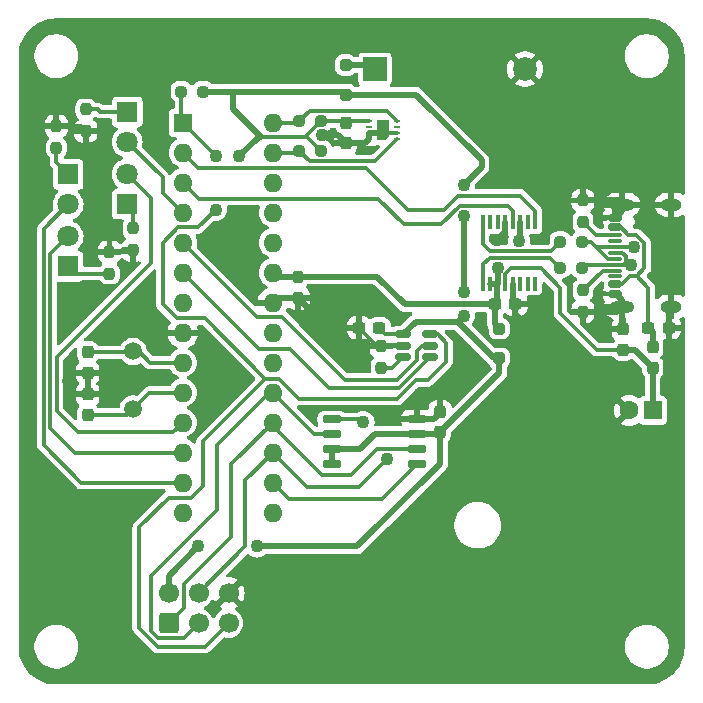
<source format=gbr>
%TF.GenerationSoftware,KiCad,Pcbnew,8.0.1*%
%TF.CreationDate,2024-04-18T16:13:56+02:00*%
%TF.ProjectId,mold_detect,6d6f6c64-5f64-4657-9465-63742e6b6963,rev?*%
%TF.SameCoordinates,Original*%
%TF.FileFunction,Copper,L1,Top*%
%TF.FilePolarity,Positive*%
%FSLAX46Y46*%
G04 Gerber Fmt 4.6, Leading zero omitted, Abs format (unit mm)*
G04 Created by KiCad (PCBNEW 8.0.1) date 2024-04-18 16:13:56*
%MOMM*%
%LPD*%
G01*
G04 APERTURE LIST*
G04 Aperture macros list*
%AMRoundRect*
0 Rectangle with rounded corners*
0 $1 Rounding radius*
0 $2 $3 $4 $5 $6 $7 $8 $9 X,Y pos of 4 corners*
0 Add a 4 corners polygon primitive as box body*
4,1,4,$2,$3,$4,$5,$6,$7,$8,$9,$2,$3,0*
0 Add four circle primitives for the rounded corners*
1,1,$1+$1,$2,$3*
1,1,$1+$1,$4,$5*
1,1,$1+$1,$6,$7*
1,1,$1+$1,$8,$9*
0 Add four rect primitives between the rounded corners*
20,1,$1+$1,$2,$3,$4,$5,0*
20,1,$1+$1,$4,$5,$6,$7,0*
20,1,$1+$1,$6,$7,$8,$9,0*
20,1,$1+$1,$8,$9,$2,$3,0*%
%AMFreePoly0*
4,1,6,0.500000,-0.850000,-0.500000,-0.850000,-0.500000,0.550000,-0.200000,0.850000,0.500000,0.850000,0.500000,-0.850000,0.500000,-0.850000,$1*%
G04 Aperture macros list end*
%TA.AperFunction,SMDPad,CuDef*%
%ADD10RoundRect,0.237500X-0.300000X-0.237500X0.300000X-0.237500X0.300000X0.237500X-0.300000X0.237500X0*%
%TD*%
%TA.AperFunction,SMDPad,CuDef*%
%ADD11RoundRect,0.237500X-0.237500X0.250000X-0.237500X-0.250000X0.237500X-0.250000X0.237500X0.250000X0*%
%TD*%
%TA.AperFunction,SMDPad,CuDef*%
%ADD12RoundRect,0.150000X-0.512500X-0.150000X0.512500X-0.150000X0.512500X0.150000X-0.512500X0.150000X0*%
%TD*%
%TA.AperFunction,SMDPad,CuDef*%
%ADD13RoundRect,0.237500X0.250000X0.237500X-0.250000X0.237500X-0.250000X-0.237500X0.250000X-0.237500X0*%
%TD*%
%TA.AperFunction,ComponentPad*%
%ADD14R,1.600000X1.600000*%
%TD*%
%TA.AperFunction,ComponentPad*%
%ADD15C,1.600000*%
%TD*%
%TA.AperFunction,SMDPad,CuDef*%
%ADD16RoundRect,0.150000X0.425000X-0.150000X0.425000X0.150000X-0.425000X0.150000X-0.425000X-0.150000X0*%
%TD*%
%TA.AperFunction,SMDPad,CuDef*%
%ADD17RoundRect,0.075000X0.500000X-0.075000X0.500000X0.075000X-0.500000X0.075000X-0.500000X-0.075000X0*%
%TD*%
%TA.AperFunction,ComponentPad*%
%ADD18O,2.100000X1.000000*%
%TD*%
%TA.AperFunction,ComponentPad*%
%ADD19O,1.800000X1.000000*%
%TD*%
%TA.AperFunction,SMDPad,CuDef*%
%ADD20RoundRect,0.237500X0.237500X-0.250000X0.237500X0.250000X-0.237500X0.250000X-0.237500X-0.250000X0*%
%TD*%
%TA.AperFunction,SMDPad,CuDef*%
%ADD21RoundRect,0.250000X0.250000X-0.250000X0.250000X0.250000X-0.250000X0.250000X-0.250000X-0.250000X0*%
%TD*%
%TA.AperFunction,SMDPad,CuDef*%
%ADD22RoundRect,0.237500X0.300000X0.237500X-0.300000X0.237500X-0.300000X-0.237500X0.300000X-0.237500X0*%
%TD*%
%TA.AperFunction,SMDPad,CuDef*%
%ADD23RoundRect,0.237500X0.237500X-0.300000X0.237500X0.300000X-0.237500X0.300000X-0.237500X-0.300000X0*%
%TD*%
%TA.AperFunction,SMDPad,CuDef*%
%ADD24RoundRect,0.237500X-0.237500X0.300000X-0.237500X-0.300000X0.237500X-0.300000X0.237500X0.300000X0*%
%TD*%
%TA.AperFunction,ComponentPad*%
%ADD25R,1.800000X1.800000*%
%TD*%
%TA.AperFunction,ComponentPad*%
%ADD26C,1.800000*%
%TD*%
%TA.AperFunction,ComponentPad*%
%ADD27RoundRect,0.250000X0.600000X-0.600000X0.600000X0.600000X-0.600000X0.600000X-0.600000X-0.600000X0*%
%TD*%
%TA.AperFunction,ComponentPad*%
%ADD28C,1.700000*%
%TD*%
%TA.AperFunction,ComponentPad*%
%ADD29O,1.600000X1.600000*%
%TD*%
%TA.AperFunction,SMDPad,CuDef*%
%ADD30R,0.400000X1.200000*%
%TD*%
%TA.AperFunction,SMDPad,CuDef*%
%ADD31RoundRect,0.150000X0.650000X0.150000X-0.650000X0.150000X-0.650000X-0.150000X0.650000X-0.150000X0*%
%TD*%
%TA.AperFunction,ComponentPad*%
%ADD32C,1.500000*%
%TD*%
%TA.AperFunction,SMDPad,CuDef*%
%ADD33R,0.550000X0.250000*%
%TD*%
%TA.AperFunction,SMDPad,CuDef*%
%ADD34FreePoly0,180.000000*%
%TD*%
%TA.AperFunction,ComponentPad*%
%ADD35R,2.000000X2.000000*%
%TD*%
%TA.AperFunction,ComponentPad*%
%ADD36C,2.000000*%
%TD*%
%TA.AperFunction,ViaPad*%
%ADD37C,1.100000*%
%TD*%
%TA.AperFunction,Conductor*%
%ADD38C,0.300000*%
%TD*%
%TA.AperFunction,Conductor*%
%ADD39C,0.500000*%
%TD*%
G04 APERTURE END LIST*
D10*
%TO.P,C4,1*%
%TO.N,GND*%
X75637500Y-73000000D03*
%TO.P,C4,2*%
%TO.N,+3V0*%
X77362500Y-73000000D03*
%TD*%
D11*
%TO.P,R2,1*%
%TO.N,Net-(J1-CC1)*%
X94587500Y-69807500D03*
%TO.P,R2,2*%
%TO.N,GND*%
X94587500Y-71632500D03*
%TD*%
D12*
%TO.P,U1,1,VDD*%
%TO.N,+3V0*%
X79362500Y-73550000D03*
%TO.P,U1,2,GND*%
%TO.N,GND*%
X79362500Y-74500000D03*
%TO.P,U1,3,DELAY/M_RST*%
%TO.N,Net-(U1-DELAY{slash}M_RST)*%
X79362500Y-75450000D03*
%TO.P,U1,4,DONE*%
%TO.N,DONE*%
X81637500Y-75450000D03*
%TO.P,U1,5,WAKE*%
%TO.N,WAKE_INTR*%
X81637500Y-74500000D03*
%TO.P,U1,6,~{RST}*%
%TO.N,RST*%
X81637500Y-73550000D03*
%TD*%
D13*
%TO.P,R8,1*%
%TO.N,+3V0*%
X72412500Y-55500000D03*
%TO.P,R8,2*%
%TO.N,SCL*%
X70587500Y-55500000D03*
%TD*%
D14*
%TO.P,C3,1*%
%TO.N,Net-(U2-VCC)*%
X100500000Y-80000000D03*
D15*
%TO.P,C3,2*%
%TO.N,GND*%
X98500000Y-80000000D03*
%TD*%
D16*
%TO.P,J1,A1,GND*%
%TO.N,GND*%
X97320000Y-70100000D03*
%TO.P,J1,A4,VBUS*%
%TO.N,Net-(C1-Pad2)*%
X97320000Y-69300000D03*
D17*
%TO.P,J1,A5,CC1*%
%TO.N,Net-(J1-CC1)*%
X97320000Y-68150000D03*
%TO.P,J1,A6,D+*%
%TO.N,Net-(C9-Pad2)*%
X97320000Y-67150000D03*
%TO.P,J1,A7,D-*%
%TO.N,Net-(C8-Pad2)*%
X97320000Y-66650000D03*
%TO.P,J1,A8*%
%TO.N,N/C*%
X97320000Y-65650000D03*
D16*
%TO.P,J1,A9,VBUS*%
%TO.N,Net-(C1-Pad2)*%
X97320000Y-64500000D03*
%TO.P,J1,A12,GND*%
%TO.N,GND*%
X97320000Y-63700000D03*
%TO.P,J1,B1,GND*%
X97320000Y-63700000D03*
%TO.P,J1,B4,VBUS*%
%TO.N,Net-(C1-Pad2)*%
X97320000Y-64500000D03*
D17*
%TO.P,J1,B5,CC2*%
%TO.N,Net-(J1-CC2)*%
X97320000Y-65150000D03*
%TO.P,J1,B6,D+*%
%TO.N,Net-(C9-Pad2)*%
X97320000Y-66150000D03*
%TO.P,J1,B7,D-*%
%TO.N,Net-(C8-Pad2)*%
X97320000Y-67650000D03*
%TO.P,J1,B8*%
%TO.N,N/C*%
X97320000Y-68650000D03*
D16*
%TO.P,J1,B9,VBUS*%
%TO.N,Net-(C1-Pad2)*%
X97320000Y-69300000D03*
%TO.P,J1,B12,GND*%
%TO.N,GND*%
X97320000Y-70100000D03*
D18*
%TO.P,J1,S1,SHIELD*%
X97895000Y-71220000D03*
D19*
X102075000Y-71220000D03*
D18*
X97895000Y-62580000D03*
D19*
X102075000Y-62580000D03*
%TD*%
D20*
%TO.P,R1,1*%
%TO.N,Net-(U1-DELAY{slash}M_RST)*%
X77500000Y-76362500D03*
%TO.P,R1,2*%
%TO.N,GND*%
X77500000Y-74537500D03*
%TD*%
D21*
%TO.P,D1,1,K*%
%TO.N,+3V0*%
X87500000Y-75570000D03*
%TO.P,D1,2,A*%
%TO.N,USB_ENABLE_INTR*%
X87500000Y-73070000D03*
%TD*%
%TO.P,D2,1,K*%
%TO.N,+3V0*%
X74500000Y-53250000D03*
%TO.P,D2,2,A*%
%TO.N,Net-(BT1-+)*%
X74500000Y-50750000D03*
%TD*%
D22*
%TO.P,C10,1*%
%TO.N,GND*%
X88862500Y-71000000D03*
%TO.P,C10,2*%
%TO.N,USB_ENABLE_INTR*%
X87137500Y-71000000D03*
%TD*%
D23*
%TO.P,C6,1*%
%TO.N,GND*%
X52667500Y-76792500D03*
%TO.P,C6,2*%
%TO.N,Net-(U3-XTAL1{slash}PB6)*%
X52667500Y-75067500D03*
%TD*%
D11*
%TO.P,R6,1*%
%TO.N,USB_ENABLE_INTR*%
X70500000Y-68675000D03*
%TO.P,R6,2*%
%TO.N,GND*%
X70500000Y-70500000D03*
%TD*%
D13*
%TO.P,R5,1*%
%TO.N,Net-(C9-Pad2)*%
X94500000Y-65720000D03*
%TO.P,R5,2*%
%TO.N,Net-(U2-USBDP)*%
X92675000Y-65720000D03*
%TD*%
D24*
%TO.P,C7,1*%
%TO.N,GND*%
X52667500Y-78637500D03*
%TO.P,C7,2*%
%TO.N,Net-(U3-XTAL2{slash}PB7)*%
X52667500Y-80362500D03*
%TD*%
D25*
%TO.P,Red2,1,K*%
%TO.N,Net-(Red2-K)*%
X56000000Y-54725000D03*
D26*
%TO.P,Red2,2,A*%
%TO.N,TEMP_LED*%
X56000000Y-57265000D03*
%TD*%
D27*
%TO.P,J2,1,Pin_1*%
%TO.N,CIPO*%
X59500000Y-98000000D03*
D28*
%TO.P,J2,2,Pin_2*%
%TO.N,+3V0*%
X59500000Y-95460000D03*
%TO.P,J2,3,Pin_3*%
%TO.N,SCK*%
X62040000Y-98000000D03*
%TO.P,J2,4,Pin_4*%
%TO.N,COPI*%
X62040000Y-95460000D03*
%TO.P,J2,5,Pin_5*%
%TO.N,RST*%
X64580000Y-98000000D03*
%TO.P,J2,6,Pin_6*%
%TO.N,GND*%
X64580000Y-95460000D03*
%TD*%
D24*
%TO.P,C2,1*%
%TO.N,GND*%
X98000000Y-73137500D03*
%TO.P,C2,2*%
%TO.N,Net-(U2-VCC)*%
X98000000Y-74862500D03*
%TD*%
D11*
%TO.P,R13,1*%
%TO.N,GND*%
X54500000Y-66587500D03*
%TO.P,R13,2*%
%TO.N,Net-(Blue1-K)*%
X54500000Y-68412500D03*
%TD*%
D23*
%TO.P,C11,1*%
%TO.N,GND*%
X74500000Y-57362500D03*
%TO.P,C11,2*%
%TO.N,+3V0*%
X74500000Y-55637500D03*
%TD*%
D24*
%TO.P,FB1,1*%
%TO.N,Net-(C1-Pad2)*%
X100500000Y-74637500D03*
%TO.P,FB1,2*%
%TO.N,Net-(U2-VCC)*%
X100500000Y-76362500D03*
%TD*%
D25*
%TO.P,Red1,1,K*%
%TO.N,Net-(Red1-K)*%
X51000000Y-60000000D03*
D26*
%TO.P,Red1,2,A*%
%TO.N,ERROR_LED*%
X51000000Y-62540000D03*
%TD*%
D11*
%TO.P,R11,1*%
%TO.N,GND*%
X50000000Y-55925000D03*
%TO.P,R11,2*%
%TO.N,Net-(Red1-K)*%
X50000000Y-57750000D03*
%TD*%
D20*
%TO.P,R10,1*%
%TO.N,GND*%
X56500000Y-66412500D03*
%TO.P,R10,2*%
%TO.N,Net-(Green1-K)*%
X56500000Y-64587500D03*
%TD*%
D13*
%TO.P,R4,1*%
%TO.N,Net-(C8-Pad2)*%
X94500000Y-67910000D03*
%TO.P,R4,2*%
%TO.N,Net-(U2-USBDM)*%
X92675000Y-67910000D03*
%TD*%
%TO.P,R9,1*%
%TO.N,+3V0*%
X72412500Y-58000000D03*
%TO.P,R9,2*%
%TO.N,SDA*%
X70587500Y-58000000D03*
%TD*%
D20*
%TO.P,R12,1*%
%TO.N,GND*%
X52500000Y-56325000D03*
%TO.P,R12,2*%
%TO.N,Net-(Red2-K)*%
X52500000Y-54500000D03*
%TD*%
D14*
%TO.P,U3,1,~{RESET}/PC6*%
%TO.N,RST*%
X60712500Y-55640000D03*
D29*
%TO.P,U3,2,PD0*%
%TO.N,RXD*%
X60712500Y-58180000D03*
%TO.P,U3,3,PD1*%
%TO.N,TXD*%
X60712500Y-60720000D03*
%TO.P,U3,4,PD2*%
%TO.N,TEMP_LED*%
X60712500Y-63260000D03*
%TO.P,U3,5,PD3*%
%TO.N,WAKE_INTR*%
X60712500Y-65800000D03*
%TO.P,U3,6,PD4*%
%TO.N,DONE*%
X60712500Y-68340000D03*
%TO.P,U3,7,VCC*%
%TO.N,+3V0*%
X60712500Y-70880000D03*
%TO.P,U3,8,GND*%
%TO.N,GND*%
X60712500Y-73420000D03*
%TO.P,U3,9,XTAL1/PB6*%
%TO.N,Net-(U3-XTAL1{slash}PB6)*%
X60712500Y-75960000D03*
%TO.P,U3,10,XTAL2/PB7*%
%TO.N,Net-(U3-XTAL2{slash}PB7)*%
X60712500Y-78500000D03*
%TO.P,U3,11,PD5*%
%TO.N,GENERAL_LED*%
X60712500Y-81040000D03*
%TO.P,U3,12,PD6*%
%TO.N,HUM_LED*%
X60712500Y-83580000D03*
%TO.P,U3,13,PD7*%
%TO.N,ERROR_LED*%
X60712500Y-86120000D03*
%TO.P,U3,14,PB0*%
%TO.N,unconnected-(U3-PB0-Pad14)*%
X60712500Y-88660000D03*
%TO.P,U3,15,PB1*%
%TO.N,unconnected-(U3-PB1-Pad15)*%
X68332500Y-88660000D03*
%TO.P,U3,16,PB2*%
%TO.N,FLASH_CS*%
X68332500Y-86120000D03*
%TO.P,U3,17,PB3*%
%TO.N,COPI*%
X68332500Y-83580000D03*
%TO.P,U3,18,PB4*%
%TO.N,CIPO*%
X68332500Y-81040000D03*
%TO.P,U3,19,PB5*%
%TO.N,SCK*%
X68332500Y-78500000D03*
%TO.P,U3,20,AVCC*%
%TO.N,unconnected-(U3-AVCC-Pad20)*%
X68332500Y-75960000D03*
%TO.P,U3,21,AREF*%
%TO.N,unconnected-(U3-AREF-Pad21)*%
X68332500Y-73420000D03*
%TO.P,U3,22,GND*%
%TO.N,GND*%
X68332500Y-70880000D03*
%TO.P,U3,23,PC0*%
%TO.N,USB_ENABLE_INTR*%
X68332500Y-68340000D03*
%TO.P,U3,24,PC1*%
%TO.N,unconnected-(U3-PC1-Pad24)*%
X68332500Y-65800000D03*
%TO.P,U3,25,PC2*%
%TO.N,unconnected-(U3-PC2-Pad25)*%
X68332500Y-63260000D03*
%TO.P,U3,26,PC3*%
%TO.N,unconnected-(U3-PC3-Pad26)*%
X68332500Y-60720000D03*
%TO.P,U3,27,PC4*%
%TO.N,SDA*%
X68332500Y-58180000D03*
%TO.P,U3,28,PC5*%
%TO.N,SCL*%
X68332500Y-55640000D03*
%TD*%
D25*
%TO.P,Green1,1,K*%
%TO.N,Net-(Green1-K)*%
X56000000Y-62525000D03*
D26*
%TO.P,Green1,2,A*%
%TO.N,GENERAL_LED*%
X56000000Y-59985000D03*
%TD*%
D30*
%TO.P,U2,1,TXD*%
%TO.N,RXD*%
X90555000Y-64050000D03*
%TO.P,U2,2,~{RTS}*%
%TO.N,unconnected-(U2-~{RTS}-Pad2)*%
X89920000Y-64050000D03*
%TO.P,U2,3,VCCIO*%
%TO.N,USB_ENABLE_INTR*%
X89285000Y-64050000D03*
%TO.P,U2,4,RXD*%
%TO.N,TXD*%
X88650000Y-64050000D03*
%TO.P,U2,5,GND*%
%TO.N,GND*%
X88015000Y-64050000D03*
%TO.P,U2,6,~{CTS}*%
%TO.N,unconnected-(U2-~{CTS}-Pad6)*%
X87380000Y-64050000D03*
%TO.P,U2,7,CBUS2*%
%TO.N,unconnected-(U2-CBUS2-Pad7)*%
X86745000Y-64050000D03*
%TO.P,U2,8,USBDP*%
%TO.N,Net-(U2-USBDP)*%
X86110000Y-64050000D03*
%TO.P,U2,9,USBDM*%
%TO.N,Net-(U2-USBDM)*%
X86110000Y-69250000D03*
%TO.P,U2,10,3V3OUT*%
%TO.N,USB_ENABLE_INTR*%
X86745000Y-69250000D03*
%TO.P,U2,11,~{RESET}*%
X87380000Y-69250000D03*
%TO.P,U2,12,VCC*%
%TO.N,Net-(U2-VCC)*%
X88015000Y-69250000D03*
%TO.P,U2,13,GND*%
%TO.N,GND*%
X88650000Y-69250000D03*
%TO.P,U2,14,CBUS1*%
%TO.N,unconnected-(U2-CBUS1-Pad14)*%
X89285000Y-69250000D03*
%TO.P,U2,15,CBUS0*%
%TO.N,unconnected-(U2-CBUS0-Pad15)*%
X89920000Y-69250000D03*
%TO.P,U2,16,CBUS3*%
%TO.N,unconnected-(U2-CBUS3-Pad16)*%
X90555000Y-69250000D03*
%TD*%
D24*
%TO.P,C12,1*%
%TO.N,GND*%
X82500000Y-80137500D03*
%TO.P,C12,2*%
%TO.N,+3V0*%
X82500000Y-81862500D03*
%TD*%
D31*
%TO.P,U5,1,~{CS}*%
%TO.N,FLASH_CS*%
X80512026Y-84540000D03*
%TO.P,U5,2,DO(IO1)*%
%TO.N,CIPO*%
X80512026Y-83270000D03*
%TO.P,U5,3,IO2*%
%TO.N,+3V0*%
X80512026Y-82000000D03*
%TO.P,U5,4,GND*%
%TO.N,GND*%
X80512026Y-80730000D03*
%TO.P,U5,5,DI(IO0)*%
%TO.N,COPI*%
X73312026Y-80730000D03*
%TO.P,U5,6,CLK*%
%TO.N,SCK*%
X73312026Y-82000000D03*
%TO.P,U5,7,IO3*%
%TO.N,+3V0*%
X73312026Y-83270000D03*
%TO.P,U5,8,VCC*%
X73312026Y-84540000D03*
%TD*%
D13*
%TO.P,R7,1*%
%TO.N,+3V0*%
X62412500Y-53000000D03*
%TO.P,R7,2*%
%TO.N,RST*%
X60587500Y-53000000D03*
%TD*%
D20*
%TO.P,R3,1*%
%TO.N,Net-(J1-CC2)*%
X94587500Y-64045000D03*
%TO.P,R3,2*%
%TO.N,GND*%
X94587500Y-62220000D03*
%TD*%
D32*
%TO.P,Y1,1,1*%
%TO.N,Net-(U3-XTAL2{slash}PB7)*%
X56500000Y-79880000D03*
%TO.P,Y1,2,2*%
%TO.N,Net-(U3-XTAL1{slash}PB6)*%
X56500000Y-75000000D03*
%TD*%
D25*
%TO.P,Blue1,1,K*%
%TO.N,Net-(Blue1-K)*%
X51000000Y-67790000D03*
D26*
%TO.P,Blue1,2,A*%
%TO.N,HUM_LED*%
X51000000Y-65250000D03*
%TD*%
D22*
%TO.P,C1,1*%
%TO.N,GND*%
X101862500Y-73000000D03*
%TO.P,C1,2*%
%TO.N,Net-(C1-Pad2)*%
X100137500Y-73000000D03*
%TD*%
D33*
%TO.P,U4,1,SDA*%
%TO.N,SDA*%
X78850000Y-57000000D03*
%TO.P,U4,2,ADDR*%
%TO.N,GND*%
X78850000Y-56500000D03*
%TO.P,U4,3,ALERT*%
%TO.N,unconnected-(U4-ALERT-Pad3)*%
X78850000Y-56000000D03*
%TO.P,U4,4,SCL*%
%TO.N,SCL*%
X78850000Y-55500000D03*
%TO.P,U4,5,VDD*%
%TO.N,+3V0*%
X76500000Y-55500000D03*
%TO.P,U4,6,~{RESET}*%
%TO.N,unconnected-(U4-~{RESET}-Pad6)*%
X76500000Y-56000000D03*
%TO.P,U4,7,R*%
%TO.N,GND*%
X76500000Y-56500000D03*
%TO.P,U4,8,VSS*%
X76500000Y-57000000D03*
D34*
%TO.P,U4,9,VSS*%
X77675000Y-56250000D03*
%TD*%
D35*
%TO.P,BT1,1,+*%
%TO.N,Net-(BT1-+)*%
X76982500Y-51100000D03*
D36*
%TO.P,BT1,2,-*%
%TO.N,GND*%
X89682500Y-51100000D03*
%TD*%
D37*
%TO.N,RST*%
X63500000Y-63010000D03*
X63500000Y-58479000D03*
%TO.N,+3V0*%
X84500000Y-69946000D03*
X62000000Y-91500000D03*
X84500000Y-63500000D03*
X84500000Y-72000000D03*
X65500000Y-58479000D03*
X67000000Y-91500000D03*
X84500000Y-60911000D03*
%TO.N,GND*%
X52500000Y-58000000D03*
X87325000Y-65575000D03*
X51000000Y-77500000D03*
X54500000Y-65000000D03*
X89500000Y-72500000D03*
X72500000Y-56710436D03*
X80812026Y-78635000D03*
%TO.N,COPI*%
X78000000Y-84120000D03*
X76000000Y-81000000D03*
%TO.N,Net-(C8-Pad2)*%
X98650000Y-67650000D03*
%TO.N,USB_ENABLE_INTR*%
X89187500Y-65675000D03*
X87397038Y-67901369D03*
%TO.N,Net-(C9-Pad2)*%
X98900000Y-66150000D03*
%TD*%
D38*
%TO.N,Net-(Blue1-K)*%
X51622500Y-68412500D02*
X51000000Y-67790000D01*
X54500000Y-68412500D02*
X51622500Y-68412500D01*
%TO.N,TEMP_LED*%
X59000000Y-61547500D02*
X60712500Y-63260000D01*
X59000000Y-60265000D02*
X59000000Y-61547500D01*
X56000000Y-57265000D02*
X59000000Y-60265000D01*
%TO.N,SCK*%
X73312026Y-82000000D02*
X71832500Y-82000000D01*
X71832500Y-82000000D02*
X68332500Y-78500000D01*
X60786000Y-99254000D02*
X58622176Y-99254000D01*
X58622176Y-99254000D02*
X58000000Y-98631824D01*
X63600000Y-82900000D02*
X68000000Y-78500000D01*
X62040000Y-98000000D02*
X60786000Y-99254000D01*
X68000000Y-78500000D02*
X68332500Y-78500000D01*
X58000000Y-98631824D02*
X58000000Y-94000000D01*
X63600000Y-88400000D02*
X63600000Y-82900000D01*
X58000000Y-94000000D02*
X63600000Y-88400000D01*
%TO.N,RST*%
X62400000Y-82600000D02*
X67704000Y-77296000D01*
X63500000Y-58427500D02*
X60712500Y-55640000D01*
X59000000Y-71000000D02*
X59000000Y-65800000D01*
X61400000Y-87400000D02*
X62400000Y-86400000D01*
X62010000Y-64500000D02*
X63500000Y-63010000D01*
X59500000Y-87400000D02*
X61400000Y-87400000D01*
X70535214Y-79000000D02*
X68831214Y-77296000D01*
X62580000Y-100000000D02*
X58584702Y-100000000D01*
X68831214Y-77296000D02*
X67704000Y-77296000D01*
X60300000Y-64500000D02*
X62010000Y-64500000D01*
X58584702Y-100000000D02*
X57000000Y-98415298D01*
X78870974Y-79000000D02*
X70535214Y-79000000D01*
X80435487Y-77435487D02*
X78870974Y-79000000D01*
X57000000Y-89900000D02*
X59500000Y-87400000D01*
X64580000Y-98000000D02*
X62580000Y-100000000D01*
X81637500Y-73550000D02*
X82299999Y-73550000D01*
X60200000Y-72200000D02*
X59000000Y-71000000D01*
X83000000Y-75888186D02*
X81452699Y-77435487D01*
X60587500Y-55515000D02*
X60712500Y-55640000D01*
X63500000Y-58479000D02*
X63500000Y-58427500D01*
X57000000Y-98415298D02*
X57000000Y-89900000D01*
X60587500Y-53000000D02*
X60587500Y-55515000D01*
X59000000Y-65800000D02*
X60300000Y-64500000D01*
X81452699Y-77435487D02*
X80435487Y-77435487D01*
X83000000Y-74250001D02*
X83000000Y-75888186D01*
X62608000Y-72200000D02*
X60200000Y-72200000D01*
X67704000Y-77296000D02*
X62608000Y-72200000D01*
X62400000Y-86400000D02*
X62400000Y-82600000D01*
X82299999Y-73550000D02*
X83000000Y-74250001D01*
D39*
%TO.N,+3V0*%
X74500000Y-53250000D02*
X80450000Y-53250000D01*
X84000000Y-72500000D02*
X80412500Y-72500000D01*
D38*
X72412500Y-55500000D02*
X74362500Y-55500000D01*
D39*
X82409526Y-82000000D02*
X82412026Y-81997500D01*
X80450000Y-53250000D02*
X86000000Y-58800000D01*
X62000000Y-91500000D02*
X59500000Y-94000000D01*
X84500000Y-63500000D02*
X84500000Y-69946000D01*
D38*
X77862500Y-73500000D02*
X79312500Y-73500000D01*
D39*
X67135000Y-56844000D02*
X65500000Y-58479000D01*
X87500000Y-75570000D02*
X87070000Y-75570000D01*
X59500000Y-94000000D02*
X59500000Y-95460000D01*
X74500000Y-53250000D02*
X74250000Y-53000000D01*
X75500000Y-91500000D02*
X82500000Y-84500000D01*
X65000000Y-53000000D02*
X65000000Y-54500000D01*
D38*
X77362500Y-73000000D02*
X77862500Y-73500000D01*
D39*
X87500000Y-76862500D02*
X82500000Y-81862500D01*
X73312026Y-83270000D02*
X75730000Y-83270000D01*
X75730000Y-83270000D02*
X77000000Y-82000000D01*
D38*
X79312500Y-73500000D02*
X79362500Y-73550000D01*
X74666500Y-55471000D02*
X76500000Y-55471000D01*
X72412500Y-55500000D02*
X71068500Y-56844000D01*
D39*
X65000000Y-54500000D02*
X67344000Y-56844000D01*
X80512026Y-82000000D02*
X82409526Y-82000000D01*
X82500000Y-84500000D02*
X82500000Y-81862500D01*
D38*
X74500000Y-55637500D02*
X74666500Y-55471000D01*
D39*
X87070000Y-75570000D02*
X84000000Y-72500000D01*
X67000000Y-91500000D02*
X75500000Y-91500000D01*
X86000000Y-59411000D02*
X84500000Y-60911000D01*
X65000000Y-53000000D02*
X62412500Y-53000000D01*
X67344000Y-56844000D02*
X67135000Y-56844000D01*
D38*
X71256500Y-56844000D02*
X72412500Y-58000000D01*
X71068500Y-56844000D02*
X67344000Y-56844000D01*
X74362500Y-55500000D02*
X74500000Y-55637500D01*
D39*
X84500000Y-72000000D02*
X84000000Y-72500000D01*
X77000000Y-82000000D02*
X80512026Y-82000000D01*
X87500000Y-75570000D02*
X87500000Y-76862500D01*
X73312026Y-84540000D02*
X73312026Y-83270000D01*
X74250000Y-53000000D02*
X65000000Y-53000000D01*
D38*
X71068500Y-56844000D02*
X71256500Y-56844000D01*
D39*
X86000000Y-58800000D02*
X86000000Y-59411000D01*
X80412500Y-72500000D02*
X79362500Y-73550000D01*
D38*
%TO.N,HUM_LED*%
X51000000Y-65250000D02*
X49492000Y-66758000D01*
X49492000Y-81492000D02*
X51580000Y-83580000D01*
X49492000Y-66758000D02*
X49492000Y-81492000D01*
X51580000Y-83580000D02*
X60712500Y-83580000D01*
D39*
%TO.N,Net-(BT1-+)*%
X76632500Y-50750000D02*
X76982500Y-51100000D01*
X74500000Y-50750000D02*
X76632500Y-50750000D01*
D38*
%TO.N,DONE*%
X78987500Y-78100000D02*
X81637500Y-75450000D01*
X67128500Y-74756000D02*
X69756000Y-74756000D01*
X60712500Y-68340000D02*
X67128500Y-74756000D01*
X69756000Y-74756000D02*
X73100000Y-78100000D01*
X73100000Y-78100000D02*
X78987500Y-78100000D01*
%TO.N,WAKE_INTR*%
X80975001Y-74500000D02*
X80500000Y-74975001D01*
X80500000Y-75762632D02*
X78862632Y-77400000D01*
X66996500Y-72084000D02*
X60712500Y-65800000D01*
X78862632Y-77400000D02*
X74457607Y-77400000D01*
X80500000Y-74975001D02*
X80500000Y-75762632D01*
X81637500Y-74500000D02*
X80975001Y-74500000D01*
X69141607Y-72084000D02*
X66996500Y-72084000D01*
X74457607Y-77400000D02*
X69141607Y-72084000D01*
D39*
%TO.N,GND*%
X75637500Y-73000000D02*
X73000000Y-73000000D01*
X97895000Y-70675000D02*
X97324000Y-70104000D01*
D38*
X52667500Y-76792500D02*
X51707500Y-76792500D01*
D39*
X101862500Y-73000000D02*
X101862500Y-71432500D01*
D38*
X52500000Y-56325000D02*
X52500000Y-58000000D01*
D39*
X73847936Y-56710436D02*
X74500000Y-57362500D01*
X77400000Y-56525000D02*
X76500000Y-56525000D01*
X97895000Y-71220000D02*
X97895000Y-70675000D01*
X97324000Y-63696000D02*
X97320000Y-63696000D01*
X80512026Y-78935000D02*
X80812026Y-78635000D01*
X76500000Y-57000000D02*
X76500000Y-56525000D01*
D38*
X54500000Y-66587500D02*
X56325000Y-66587500D01*
X77925000Y-56500000D02*
X77675000Y-56250000D01*
X77500000Y-74537500D02*
X77175000Y-74537500D01*
X52667500Y-78637500D02*
X52667500Y-76792500D01*
D39*
X94587500Y-71632500D02*
X97482500Y-71632500D01*
X97535000Y-62220000D02*
X97895000Y-62580000D01*
X73000000Y-73000000D02*
X70500000Y-70500000D01*
X77675000Y-56250000D02*
X77400000Y-56525000D01*
X97895000Y-62580000D02*
X97895000Y-63125000D01*
D38*
X52100000Y-55925000D02*
X52500000Y-56325000D01*
X79325000Y-74537500D02*
X79362500Y-74500000D01*
X77500000Y-74537500D02*
X79325000Y-74537500D01*
D39*
X88862500Y-71862500D02*
X89500000Y-72500000D01*
X97324000Y-70104000D02*
X97320000Y-70104000D01*
X97895000Y-73032500D02*
X98000000Y-73137500D01*
X97895000Y-63125000D02*
X97324000Y-63696000D01*
X94587500Y-62220000D02*
X97535000Y-62220000D01*
X101862500Y-71432500D02*
X102075000Y-71220000D01*
X97895000Y-71220000D02*
X97895000Y-73032500D01*
D38*
X50000000Y-55925000D02*
X52100000Y-55925000D01*
D39*
X88862500Y-71000000D02*
X88650000Y-70787500D01*
X97482500Y-71632500D02*
X97895000Y-71220000D01*
D38*
X77175000Y-74537500D02*
X75637500Y-73000000D01*
X51707500Y-76792500D02*
X51000000Y-77500000D01*
D39*
X88862500Y-71000000D02*
X88862500Y-71862500D01*
D38*
X78850000Y-56500000D02*
X77925000Y-56500000D01*
X56325000Y-66587500D02*
X56500000Y-66412500D01*
D39*
X74500000Y-57362500D02*
X76137500Y-57362500D01*
X68712500Y-70500000D02*
X68332500Y-70880000D01*
X70500000Y-70500000D02*
X68712500Y-70500000D01*
X81954526Y-80730000D02*
X82412026Y-80272500D01*
X88650000Y-70787500D02*
X88650000Y-69250000D01*
X88015000Y-64885000D02*
X87325000Y-65575000D01*
X76137500Y-57362500D02*
X76500000Y-57000000D01*
X72500000Y-56710436D02*
X73847936Y-56710436D01*
X80512026Y-80730000D02*
X81954526Y-80730000D01*
D38*
X54500000Y-66587500D02*
X54500000Y-65000000D01*
D39*
X88015000Y-64050000D02*
X88015000Y-64885000D01*
X80512026Y-80730000D02*
X80512026Y-78935000D01*
D38*
%TO.N,SCL*%
X70447500Y-55640000D02*
X70587500Y-55500000D01*
X68332500Y-55640000D02*
X70447500Y-55640000D01*
X70587500Y-55500000D02*
X71466500Y-54621000D01*
X78000000Y-54621000D02*
X78850000Y-55471000D01*
X71466500Y-54621000D02*
X78000000Y-54621000D01*
%TO.N,SDA*%
X70407500Y-58180000D02*
X70587500Y-58000000D01*
X68332500Y-58180000D02*
X70407500Y-58180000D01*
X70587500Y-58000000D02*
X71466500Y-58879000D01*
X71466500Y-58879000D02*
X77000000Y-58879000D01*
X77000000Y-58879000D02*
X78850000Y-57029000D01*
%TO.N,RXD*%
X61965500Y-59433000D02*
X76233000Y-59433000D01*
X82800000Y-63000000D02*
X84000000Y-61800000D01*
X90555000Y-63077000D02*
X90555000Y-64050000D01*
X79800000Y-63000000D02*
X82800000Y-63000000D01*
X89278000Y-61800000D02*
X90555000Y-63077000D01*
X84000000Y-61800000D02*
X89278000Y-61800000D01*
X76233000Y-59433000D02*
X79800000Y-63000000D01*
X60712500Y-58180000D02*
X61965500Y-59433000D01*
%TO.N,CIPO*%
X74924896Y-85500000D02*
X72500000Y-85500000D01*
X72500000Y-85500000D02*
X68332500Y-81332500D01*
X80512026Y-83270000D02*
X77154896Y-83270000D01*
X59500000Y-98000000D02*
X60786000Y-96714000D01*
X60786000Y-94714000D02*
X64800000Y-90700000D01*
X64800000Y-90700000D02*
X64800000Y-84572500D01*
X60786000Y-96714000D02*
X60786000Y-94714000D01*
X64800000Y-84572500D02*
X68332500Y-81040000D01*
X77154896Y-83270000D02*
X74924896Y-85500000D01*
X68332500Y-81332500D02*
X68332500Y-81040000D01*
%TO.N,TXD*%
X60712500Y-60720000D02*
X62048500Y-62056000D01*
X82597918Y-64200000D02*
X84147918Y-62650000D01*
X77256000Y-62056000D02*
X79400000Y-64200000D01*
X84147918Y-62650000D02*
X88223000Y-62650000D01*
X79400000Y-64200000D02*
X82597918Y-64200000D01*
X88223000Y-62650000D02*
X88650000Y-63077000D01*
X88650000Y-63077000D02*
X88650000Y-64050000D01*
X62048500Y-62056000D02*
X77256000Y-62056000D01*
%TO.N,FLASH_CS*%
X77552026Y-87500000D02*
X80512026Y-84540000D01*
X68332500Y-86120000D02*
X69712500Y-87500000D01*
X69712500Y-87500000D02*
X77552026Y-87500000D01*
%TO.N,Net-(J1-CC1)*%
X96245000Y-68150000D02*
X97320000Y-68150000D01*
X94587500Y-69807500D02*
X96245000Y-68150000D01*
%TO.N,Net-(J1-CC2)*%
X95692500Y-65150000D02*
X97320000Y-65150000D01*
X94587500Y-64045000D02*
X95692500Y-65150000D01*
%TO.N,COPI*%
X66000000Y-85912500D02*
X68332500Y-83580000D01*
X78000000Y-84120000D02*
X75620000Y-86500000D01*
X76000000Y-81000000D02*
X75730000Y-80730000D01*
X75730000Y-80730000D02*
X73312026Y-80730000D01*
X62040000Y-95460000D02*
X66000000Y-91500000D01*
X71252500Y-86500000D02*
X68332500Y-83580000D01*
X75620000Y-86500000D02*
X71252500Y-86500000D01*
X66000000Y-91500000D02*
X66000000Y-85912500D01*
%TO.N,Net-(Red2-K)*%
X53500000Y-54500000D02*
X53725000Y-54725000D01*
X52500000Y-54500000D02*
X53500000Y-54500000D01*
X53725000Y-54725000D02*
X56000000Y-54725000D01*
%TO.N,ERROR_LED*%
X48938000Y-64602000D02*
X48938000Y-82938000D01*
X52120000Y-86120000D02*
X60712500Y-86120000D01*
X51000000Y-62540000D02*
X48938000Y-64602000D01*
X48938000Y-82938000D02*
X52120000Y-86120000D01*
D39*
%TO.N,Net-(U2-VCC)*%
X100500000Y-76362500D02*
X100500000Y-80000000D01*
D38*
X92650000Y-71775000D02*
X95737500Y-74862500D01*
X88525000Y-67975000D02*
X91000000Y-67975000D01*
D39*
X98000000Y-74862500D02*
X99000000Y-74862500D01*
D38*
X95737500Y-74862500D02*
X98000000Y-74862500D01*
X88015000Y-68485000D02*
X88525000Y-67975000D01*
D39*
X99000000Y-74862500D02*
X100500000Y-76362500D01*
D38*
X92650000Y-69625000D02*
X92650000Y-71775000D01*
X91000000Y-67975000D02*
X92650000Y-69625000D01*
X88015000Y-69250000D02*
X88015000Y-68485000D01*
%TO.N,Net-(U3-XTAL1{slash}PB6)*%
X56432500Y-75067500D02*
X56500000Y-75000000D01*
X56500000Y-75000000D02*
X57000000Y-75000000D01*
X52667500Y-75067500D02*
X56432500Y-75067500D01*
X57960000Y-75960000D02*
X60712500Y-75960000D01*
X57000000Y-75000000D02*
X57960000Y-75960000D01*
%TO.N,Net-(U3-XTAL2{slash}PB7)*%
X60712500Y-78500000D02*
X57880000Y-78500000D01*
X52667500Y-80362500D02*
X56017500Y-80362500D01*
X56017500Y-80362500D02*
X56500000Y-79880000D01*
X57880000Y-78500000D02*
X56500000Y-79880000D01*
%TO.N,Net-(C8-Pad2)*%
X97927410Y-66650000D02*
X98195000Y-66917590D01*
X94760000Y-67650000D02*
X97320000Y-67650000D01*
X94500000Y-67910000D02*
X94760000Y-67650000D01*
X98195000Y-67405000D02*
X97950000Y-67650000D01*
X97320000Y-66650000D02*
X97927410Y-66650000D01*
X98195000Y-66917590D02*
X98195000Y-67405000D01*
X97320000Y-67650000D02*
X98650000Y-67650000D01*
X97950000Y-67650000D02*
X97320000Y-67650000D01*
%TO.N,Net-(U1-DELAY{slash}M_RST)*%
X78450000Y-76362500D02*
X79362500Y-75450000D01*
X77500000Y-76362500D02*
X78450000Y-76362500D01*
%TO.N,Net-(U2-USBDM)*%
X86700000Y-67050000D02*
X86110000Y-67640000D01*
X91815000Y-67050000D02*
X86700000Y-67050000D01*
X92675000Y-67910000D02*
X91815000Y-67050000D01*
X86110000Y-67640000D02*
X86110000Y-69250000D01*
%TO.N,Net-(U2-USBDP)*%
X92675000Y-65720000D02*
X91870000Y-66525000D01*
X86110000Y-65935000D02*
X86110000Y-64050000D01*
X91870000Y-66525000D02*
X86700000Y-66525000D01*
X86700000Y-66525000D02*
X86110000Y-65935000D01*
%TO.N,GENERAL_LED*%
X58000000Y-67500000D02*
X50046000Y-75454000D01*
X50046000Y-80046000D02*
X51839999Y-81839999D01*
X58000000Y-61985000D02*
X58000000Y-67500000D01*
X51839999Y-81839999D02*
X59912501Y-81839999D01*
X56000000Y-59985000D02*
X58000000Y-61985000D01*
X59912501Y-81839999D02*
X60712500Y-81040000D01*
X50046000Y-75454000D02*
X50046000Y-80046000D01*
D39*
%TO.N,USB_ENABLE_INTR*%
X87137500Y-71000000D02*
X87137500Y-72707500D01*
X87137500Y-70862500D02*
X87311000Y-70689000D01*
X79500000Y-71000000D02*
X87137500Y-71000000D01*
X70500000Y-68675000D02*
X77175000Y-68675000D01*
X86745000Y-69250000D02*
X87380000Y-69250000D01*
X87380000Y-69250000D02*
X87380000Y-67918407D01*
X89187500Y-65675000D02*
X89285000Y-65577500D01*
X87311000Y-70689000D02*
X87311000Y-69250000D01*
X87137500Y-71000000D02*
X87137500Y-70862500D01*
X68667500Y-68675000D02*
X68332500Y-68340000D01*
X87137500Y-72707500D02*
X87500000Y-73070000D01*
X70500000Y-68675000D02*
X68667500Y-68675000D01*
X89285000Y-65577500D02*
X89285000Y-64050000D01*
X77175000Y-68675000D02*
X79500000Y-71000000D01*
X87380000Y-67918407D02*
X87397038Y-67901369D01*
D38*
%TO.N,Net-(C1-Pad2)*%
X99800000Y-65847918D02*
X99099672Y-65147590D01*
X97859695Y-69300000D02*
X97320000Y-69300000D01*
X99142653Y-68617652D02*
X99800000Y-67960305D01*
D39*
X100500000Y-74637500D02*
X100500000Y-73362500D01*
D38*
X99142652Y-68617652D02*
X98542043Y-68617652D01*
X99099672Y-65147590D02*
X98425000Y-65147590D01*
X98542043Y-68617652D02*
X97859695Y-69300000D01*
X100137500Y-73000000D02*
X100137500Y-69612500D01*
X99800000Y-67960305D02*
X99800000Y-65847918D01*
D39*
X100500000Y-73362500D02*
X100137500Y-73000000D01*
D38*
X98425000Y-65147590D02*
X97777410Y-64500000D01*
X100137500Y-69612500D02*
X99142653Y-68617652D01*
X97777410Y-64500000D02*
X97320000Y-64500000D01*
%TO.N,Net-(Green1-K)*%
X56500000Y-63025000D02*
X56000000Y-62525000D01*
X56500000Y-64587500D02*
X56500000Y-63025000D01*
%TO.N,Net-(C9-Pad2)*%
X97320000Y-66150000D02*
X95712590Y-66150000D01*
X97320000Y-66150000D02*
X98900000Y-66150000D01*
X95712590Y-66150000D02*
X95681295Y-66118705D01*
X94500000Y-65720000D02*
X95282590Y-65720000D01*
X95681295Y-66118705D02*
X96712590Y-67150000D01*
X96712590Y-67150000D02*
X97320000Y-67150000D01*
X95282590Y-65720000D02*
X95681295Y-66118705D01*
%TO.N,Net-(Red1-K)*%
X50000000Y-57750000D02*
X50000000Y-59000000D01*
X50000000Y-59000000D02*
X51000000Y-60000000D01*
%TD*%
%TA.AperFunction,Conductor*%
%TO.N,GND*%
G36*
X100003892Y-46800703D02*
G01*
X100326641Y-46817618D01*
X100342146Y-46819247D01*
X100657504Y-46869196D01*
X100672760Y-46872439D01*
X100981161Y-46955074D01*
X100995977Y-46959888D01*
X101294072Y-47074315D01*
X101308309Y-47080654D01*
X101459801Y-47157844D01*
X101592794Y-47225608D01*
X101606300Y-47233406D01*
X101731868Y-47314950D01*
X101874071Y-47407298D01*
X101886684Y-47416461D01*
X102134816Y-47617395D01*
X102146406Y-47627831D01*
X102372168Y-47853593D01*
X102382604Y-47865183D01*
X102583538Y-48113315D01*
X102592705Y-48125933D01*
X102766593Y-48393699D01*
X102774391Y-48407205D01*
X102919342Y-48691685D01*
X102925686Y-48705933D01*
X103040108Y-49004014D01*
X103044927Y-49018847D01*
X103127560Y-49327240D01*
X103130803Y-49342495D01*
X103180751Y-49657850D01*
X103182381Y-49673361D01*
X103199296Y-49996107D01*
X103199500Y-50003905D01*
X103199500Y-61582645D01*
X103179538Y-61657145D01*
X103125000Y-61711683D01*
X103050500Y-61731645D01*
X102976000Y-61711683D01*
X102967720Y-61706534D01*
X102948680Y-61693812D01*
X102766688Y-61618429D01*
X102766686Y-61618428D01*
X102573491Y-61580000D01*
X102325000Y-61580000D01*
X102325000Y-62280000D01*
X101825000Y-62280000D01*
X101825000Y-61580000D01*
X101576509Y-61580000D01*
X101383313Y-61618428D01*
X101383311Y-61618429D01*
X101201322Y-61693810D01*
X101037533Y-61803252D01*
X100898252Y-61942533D01*
X100788810Y-62106322D01*
X100713429Y-62288311D01*
X100713428Y-62288315D01*
X100705136Y-62329999D01*
X100705137Y-62330000D01*
X101508012Y-62330000D01*
X101490795Y-62339940D01*
X101434940Y-62395795D01*
X101395444Y-62464204D01*
X101375000Y-62540504D01*
X101375000Y-62619496D01*
X101395444Y-62695796D01*
X101434940Y-62764205D01*
X101490795Y-62820060D01*
X101508012Y-62830000D01*
X100705137Y-62830000D01*
X100713428Y-62871684D01*
X100713429Y-62871688D01*
X100788810Y-63053677D01*
X100898252Y-63217466D01*
X101037533Y-63356747D01*
X101201322Y-63466189D01*
X101383311Y-63541570D01*
X101383313Y-63541571D01*
X101576509Y-63580000D01*
X101825000Y-63580000D01*
X101825000Y-62880000D01*
X102325000Y-62880000D01*
X102325000Y-63580000D01*
X102573491Y-63580000D01*
X102766686Y-63541571D01*
X102766688Y-63541570D01*
X102948679Y-63466188D01*
X102967717Y-63453467D01*
X103040751Y-63428673D01*
X103116397Y-63443718D01*
X103174387Y-63494571D01*
X103199181Y-63567605D01*
X103199500Y-63577354D01*
X103199500Y-70222645D01*
X103179538Y-70297145D01*
X103125000Y-70351683D01*
X103050500Y-70371645D01*
X102976000Y-70351683D01*
X102967720Y-70346534D01*
X102948680Y-70333812D01*
X102766688Y-70258429D01*
X102766686Y-70258428D01*
X102573491Y-70220000D01*
X102325000Y-70220000D01*
X102325000Y-70920000D01*
X101825000Y-70920000D01*
X101825000Y-70220000D01*
X101576509Y-70220000D01*
X101383313Y-70258428D01*
X101383311Y-70258429D01*
X101201322Y-70333810D01*
X101037533Y-70443252D01*
X100942359Y-70538427D01*
X100875564Y-70576991D01*
X100798436Y-70576991D01*
X100731641Y-70538427D01*
X100693077Y-70471632D01*
X100688000Y-70433068D01*
X100688000Y-69540025D01*
X100687999Y-69540023D01*
X100686676Y-69535085D01*
X100650484Y-69400015D01*
X100647983Y-69395684D01*
X100611968Y-69333304D01*
X100611967Y-69333302D01*
X100578010Y-69274486D01*
X100026536Y-68723011D01*
X99987972Y-68656216D01*
X99987972Y-68579088D01*
X100026536Y-68512293D01*
X100051240Y-68487589D01*
X100240510Y-68298320D01*
X100312984Y-68172790D01*
X100319022Y-68150256D01*
X100350500Y-68032780D01*
X100350500Y-65775443D01*
X100312984Y-65635433D01*
X100298484Y-65610319D01*
X100287049Y-65590512D01*
X100287048Y-65590511D01*
X100287047Y-65590509D01*
X100240510Y-65509903D01*
X99437687Y-64707080D01*
X99312157Y-64634606D01*
X99172147Y-64597090D01*
X98978314Y-64597090D01*
X98903814Y-64577128D01*
X98849276Y-64522590D01*
X98829314Y-64448090D01*
X98849276Y-64373590D01*
X98851744Y-64369895D01*
X98855512Y-64363367D01*
X98855515Y-64363365D01*
X98931281Y-64232135D01*
X98970500Y-64085766D01*
X98970500Y-63934234D01*
X98931281Y-63787865D01*
X98872097Y-63685356D01*
X98863365Y-63670231D01*
X98843403Y-63595731D01*
X98863365Y-63521231D01*
X98913291Y-63471304D01*
X98912591Y-63470256D01*
X98917862Y-63466733D01*
X98917903Y-63466693D01*
X98918023Y-63466625D01*
X99082466Y-63356747D01*
X99221747Y-63217466D01*
X99331189Y-63053677D01*
X99406570Y-62871688D01*
X99406571Y-62871684D01*
X99414863Y-62830000D01*
X98611988Y-62830000D01*
X98629205Y-62820060D01*
X98685060Y-62764205D01*
X98724556Y-62695796D01*
X98745000Y-62619496D01*
X98745000Y-62540504D01*
X98724556Y-62464204D01*
X98685060Y-62395795D01*
X98629205Y-62339940D01*
X98611988Y-62330000D01*
X99414863Y-62330000D01*
X99414863Y-62329999D01*
X99406571Y-62288315D01*
X99406570Y-62288311D01*
X99331189Y-62106322D01*
X99221747Y-61942533D01*
X99082466Y-61803252D01*
X98918677Y-61693810D01*
X98736688Y-61618429D01*
X98736686Y-61618428D01*
X98543491Y-61580000D01*
X98145000Y-61580000D01*
X98145000Y-62280000D01*
X97645000Y-62280000D01*
X97645000Y-61580000D01*
X97246509Y-61580000D01*
X97053313Y-61618428D01*
X97053311Y-61618429D01*
X96871322Y-61693810D01*
X96707533Y-61803252D01*
X96568252Y-61942533D01*
X96458810Y-62106322D01*
X96383429Y-62288311D01*
X96383428Y-62288315D01*
X96375136Y-62329999D01*
X96375137Y-62330000D01*
X97178012Y-62330000D01*
X97160795Y-62339940D01*
X97104940Y-62395795D01*
X97065444Y-62464204D01*
X97045000Y-62540504D01*
X97045000Y-62619496D01*
X97065444Y-62695796D01*
X97104940Y-62764205D01*
X97160795Y-62820060D01*
X97178012Y-62830000D01*
X96375137Y-62830000D01*
X96383428Y-62871684D01*
X96383430Y-62871693D01*
X96424598Y-62971082D01*
X96434665Y-63047550D01*
X96405149Y-63118807D01*
X96392304Y-63133455D01*
X96377320Y-63148440D01*
X96377316Y-63148445D01*
X96293718Y-63289802D01*
X96293718Y-63289803D01*
X96247899Y-63447511D01*
X96247703Y-63449999D01*
X96247704Y-63450000D01*
X97070000Y-63450000D01*
X97070000Y-63006000D01*
X97089962Y-62931500D01*
X97144500Y-62876962D01*
X97219000Y-62857000D01*
X97224777Y-62857000D01*
X97229204Y-62859556D01*
X97305504Y-62880000D01*
X97498538Y-62880000D01*
X97550038Y-62931500D01*
X97570000Y-63006000D01*
X97570000Y-63650500D01*
X97550038Y-63725000D01*
X97495500Y-63779538D01*
X97421000Y-63799500D01*
X96851894Y-63799500D01*
X96763436Y-63810122D01*
X96622659Y-63865638D01*
X96622654Y-63865641D01*
X96551336Y-63919724D01*
X96479913Y-63948834D01*
X96461305Y-63950000D01*
X96247704Y-63950000D01*
X96247899Y-63952488D01*
X96293719Y-64110200D01*
X96329855Y-64171303D01*
X96350596Y-64245590D01*
X96349541Y-64264914D01*
X96344500Y-64306892D01*
X96344500Y-64450500D01*
X96324538Y-64525000D01*
X96270000Y-64579538D01*
X96195500Y-64599500D01*
X95982243Y-64599500D01*
X95907743Y-64579538D01*
X95876884Y-64555859D01*
X95506640Y-64185615D01*
X95468076Y-64118820D01*
X95462999Y-64080256D01*
X95462999Y-63730577D01*
X95462999Y-63730572D01*
X95462999Y-63730566D01*
X95460154Y-63694402D01*
X95415181Y-63539606D01*
X95333126Y-63400857D01*
X95232724Y-63300455D01*
X95194161Y-63233661D01*
X95194161Y-63156533D01*
X95232725Y-63089738D01*
X95259865Y-63068279D01*
X95285539Y-63052443D01*
X95407444Y-62930538D01*
X95497953Y-62783802D01*
X95497956Y-62783795D01*
X95552181Y-62620149D01*
X95552182Y-62620148D01*
X95562499Y-62519157D01*
X95562500Y-62519147D01*
X95562500Y-62470000D01*
X93612501Y-62470000D01*
X93612501Y-62519141D01*
X93622819Y-62620151D01*
X93622820Y-62620154D01*
X93677043Y-62783795D01*
X93677046Y-62783802D01*
X93767555Y-62930538D01*
X93889460Y-63052443D01*
X93915136Y-63068280D01*
X93968064Y-63124381D01*
X93985852Y-63199430D01*
X93963732Y-63273318D01*
X93942274Y-63300455D01*
X93841878Y-63400851D01*
X93841873Y-63400858D01*
X93759818Y-63539606D01*
X93714847Y-63694393D01*
X93714846Y-63694398D01*
X93714757Y-63695528D01*
X93712000Y-63730565D01*
X93712000Y-63730566D01*
X93712000Y-63730572D01*
X93712000Y-64359422D01*
X93712001Y-64359440D01*
X93714845Y-64395593D01*
X93714845Y-64395596D01*
X93714846Y-64395598D01*
X93752441Y-64525000D01*
X93759820Y-64550396D01*
X93841873Y-64689141D01*
X93841874Y-64689143D01*
X93890475Y-64737744D01*
X93929039Y-64804539D01*
X93929039Y-64881667D01*
X93890475Y-64948462D01*
X93860966Y-64971352D01*
X93855860Y-64974371D01*
X93855855Y-64974375D01*
X93741875Y-65088355D01*
X93741873Y-65088358D01*
X93715751Y-65132529D01*
X93660645Y-65186493D01*
X93585940Y-65205674D01*
X93511653Y-65184933D01*
X93459249Y-65132529D01*
X93435809Y-65092894D01*
X93433126Y-65088357D01*
X93319143Y-64974374D01*
X93275328Y-64948462D01*
X93180393Y-64892318D01*
X93025606Y-64847347D01*
X93025601Y-64847346D01*
X93015735Y-64846569D01*
X92989435Y-64844500D01*
X92989427Y-64844500D01*
X92360577Y-64844500D01*
X92360559Y-64844501D01*
X92324406Y-64847345D01*
X92324402Y-64847346D01*
X92169610Y-64892318D01*
X92169603Y-64892320D01*
X92030858Y-64974373D01*
X92030855Y-64974375D01*
X91916875Y-65088355D01*
X91916873Y-65088358D01*
X91834818Y-65227106D01*
X91789847Y-65381893D01*
X91789846Y-65381898D01*
X91789846Y-65381902D01*
X91787000Y-65418065D01*
X91787000Y-65418066D01*
X91787000Y-65418072D01*
X91787000Y-65767756D01*
X91767038Y-65842256D01*
X91743360Y-65873114D01*
X91685617Y-65930858D01*
X91618822Y-65969423D01*
X91580257Y-65974500D01*
X90277497Y-65974500D01*
X90202997Y-65954538D01*
X90148459Y-65900000D01*
X90128497Y-65825500D01*
X90129213Y-65810905D01*
X90142599Y-65675000D01*
X90124247Y-65488669D01*
X90069896Y-65309499D01*
X90047329Y-65267279D01*
X90029817Y-65192168D01*
X90052206Y-65118361D01*
X90108499Y-65065637D01*
X90155423Y-65049880D01*
X90214194Y-65040572D01*
X90260808Y-65040572D01*
X90323481Y-65050500D01*
X90786518Y-65050499D01*
X90880304Y-65035646D01*
X90993342Y-64978050D01*
X91083050Y-64888342D01*
X91140646Y-64775304D01*
X91155500Y-64681519D01*
X91155499Y-63418482D01*
X91152707Y-63400855D01*
X91140646Y-63324697D01*
X91140646Y-63324696D01*
X91121738Y-63287588D01*
X91105500Y-63219945D01*
X91105500Y-63004525D01*
X91105499Y-63004523D01*
X91067984Y-62864515D01*
X91044865Y-62824472D01*
X90995510Y-62738985D01*
X90226525Y-61970000D01*
X93612500Y-61970000D01*
X94337500Y-61970000D01*
X94337500Y-61232500D01*
X94837500Y-61232500D01*
X94837500Y-61970000D01*
X95562499Y-61970000D01*
X95562499Y-61920858D01*
X95552180Y-61819848D01*
X95552179Y-61819845D01*
X95497956Y-61656204D01*
X95497953Y-61656197D01*
X95407444Y-61509461D01*
X95285538Y-61387555D01*
X95138802Y-61297046D01*
X95138795Y-61297043D01*
X94975149Y-61242818D01*
X94975148Y-61242817D01*
X94874157Y-61232500D01*
X94837500Y-61232500D01*
X94337500Y-61232500D01*
X94337500Y-61232499D01*
X94337499Y-61232499D01*
X94300858Y-61232500D01*
X94199848Y-61242819D01*
X94199845Y-61242820D01*
X94036204Y-61297043D01*
X94036197Y-61297046D01*
X93889461Y-61387555D01*
X93767555Y-61509461D01*
X93677046Y-61656197D01*
X93677043Y-61656204D01*
X93622818Y-61819850D01*
X93622817Y-61819851D01*
X93612500Y-61920842D01*
X93612500Y-61970000D01*
X90226525Y-61970000D01*
X89616015Y-61359490D01*
X89567526Y-61331495D01*
X89490486Y-61287016D01*
X89451243Y-61276501D01*
X89429351Y-61270635D01*
X89350475Y-61249500D01*
X85586156Y-61249500D01*
X85511656Y-61229538D01*
X85457118Y-61175000D01*
X85437156Y-61100500D01*
X85437873Y-61085896D01*
X85441868Y-61045333D01*
X85453714Y-60925058D01*
X85480881Y-60852877D01*
X85496631Y-60834313D01*
X86505276Y-59825670D01*
X86576465Y-59719127D01*
X86625501Y-59600744D01*
X86629202Y-59582137D01*
X86632396Y-59566083D01*
X86640225Y-59526722D01*
X86650500Y-59475069D01*
X86650500Y-58735931D01*
X86625501Y-58610256D01*
X86576465Y-58491873D01*
X86567864Y-58479000D01*
X86505276Y-58385330D01*
X80864669Y-52744723D01*
X80758127Y-52673535D01*
X80758123Y-52673533D01*
X80758121Y-52673532D01*
X80677668Y-52640207D01*
X80639744Y-52624499D01*
X80639742Y-52624498D01*
X80639743Y-52624498D01*
X80514072Y-52599500D01*
X80514069Y-52599500D01*
X78409110Y-52599500D01*
X78334610Y-52579538D01*
X78280072Y-52525000D01*
X78260110Y-52450500D01*
X78280072Y-52376000D01*
X78303751Y-52345141D01*
X78310550Y-52338342D01*
X78368146Y-52225304D01*
X78383000Y-52131519D01*
X78383000Y-51100001D01*
X88177359Y-51100001D01*
X88197886Y-51347733D01*
X88258912Y-51588721D01*
X88358763Y-51816358D01*
X88358767Y-51816365D01*
X88459063Y-51969881D01*
X89191371Y-51237573D01*
X89207255Y-51296853D01*
X89274398Y-51413147D01*
X89369353Y-51508102D01*
X89485647Y-51575245D01*
X89544924Y-51591128D01*
X88812442Y-52323609D01*
X88812442Y-52323610D01*
X88859266Y-52360054D01*
X89077893Y-52478368D01*
X89313006Y-52559082D01*
X89558208Y-52599999D01*
X89558208Y-52600000D01*
X89806792Y-52600000D01*
X89806791Y-52599999D01*
X90051993Y-52559082D01*
X90287106Y-52478368D01*
X90505733Y-52360054D01*
X90552556Y-52323609D01*
X89820075Y-51591128D01*
X89879353Y-51575245D01*
X89995647Y-51508102D01*
X90090602Y-51413147D01*
X90157745Y-51296853D01*
X90173628Y-51237575D01*
X90905935Y-51969882D01*
X90905935Y-51969881D01*
X91006228Y-51816374D01*
X91006236Y-51816358D01*
X91106087Y-51588721D01*
X91167113Y-51347733D01*
X91187641Y-51100001D01*
X91187641Y-51099998D01*
X91167113Y-50852266D01*
X91106087Y-50611278D01*
X91006236Y-50383641D01*
X91006232Y-50383634D01*
X90905934Y-50230117D01*
X90173627Y-50962423D01*
X90157745Y-50903147D01*
X90090602Y-50786853D01*
X89995647Y-50691898D01*
X89879353Y-50624755D01*
X89820073Y-50608871D01*
X90307652Y-50121293D01*
X98149500Y-50121293D01*
X98181160Y-50361781D01*
X98181161Y-50361787D01*
X98181162Y-50361789D01*
X98243946Y-50596100D01*
X98322958Y-50786853D01*
X98336778Y-50820216D01*
X98417634Y-50960263D01*
X98458064Y-51030289D01*
X98605735Y-51222738D01*
X98777262Y-51394265D01*
X98969711Y-51541936D01*
X99179788Y-51663224D01*
X99403900Y-51756054D01*
X99638211Y-51818838D01*
X99638217Y-51818838D01*
X99638218Y-51818839D01*
X99703600Y-51827446D01*
X99878712Y-51850500D01*
X100121288Y-51850500D01*
X100361789Y-51818838D01*
X100596100Y-51756054D01*
X100820212Y-51663224D01*
X101030289Y-51541936D01*
X101222738Y-51394265D01*
X101394265Y-51222738D01*
X101541936Y-51030289D01*
X101663224Y-50820212D01*
X101756054Y-50596100D01*
X101818838Y-50361789D01*
X101850500Y-50121288D01*
X101850500Y-49878712D01*
X101822439Y-49665561D01*
X101818839Y-49638218D01*
X101818838Y-49638217D01*
X101818838Y-49638211D01*
X101756054Y-49403900D01*
X101663224Y-49179788D01*
X101541936Y-48969711D01*
X101394265Y-48777262D01*
X101222738Y-48605735D01*
X101030289Y-48458064D01*
X100918806Y-48393699D01*
X100820216Y-48336778D01*
X100820214Y-48336777D01*
X100820212Y-48336776D01*
X100688932Y-48282398D01*
X100596103Y-48243947D01*
X100596101Y-48243946D01*
X100596100Y-48243946D01*
X100361789Y-48181162D01*
X100361787Y-48181161D01*
X100361781Y-48181160D01*
X100121293Y-48149500D01*
X100121288Y-48149500D01*
X99878712Y-48149500D01*
X99878706Y-48149500D01*
X99638218Y-48181160D01*
X99403896Y-48243947D01*
X99179783Y-48336778D01*
X98969712Y-48458063D01*
X98969711Y-48458064D01*
X98777262Y-48605735D01*
X98777260Y-48605736D01*
X98777256Y-48605740D01*
X98605740Y-48777256D01*
X98458063Y-48969712D01*
X98336778Y-49179783D01*
X98243947Y-49403896D01*
X98181160Y-49638218D01*
X98149500Y-49878706D01*
X98149500Y-50121293D01*
X90307652Y-50121293D01*
X90552556Y-49876389D01*
X90552556Y-49876388D01*
X90505735Y-49839946D01*
X90505731Y-49839944D01*
X90287106Y-49721631D01*
X90051993Y-49640917D01*
X89806791Y-49600000D01*
X89558208Y-49600000D01*
X89313006Y-49640917D01*
X89077893Y-49721631D01*
X88859263Y-49839947D01*
X88812442Y-49876388D01*
X88812442Y-49876389D01*
X89544924Y-50608871D01*
X89485647Y-50624755D01*
X89369353Y-50691898D01*
X89274398Y-50786853D01*
X89207255Y-50903147D01*
X89191371Y-50962424D01*
X88459063Y-50230116D01*
X88358766Y-50383632D01*
X88258912Y-50611278D01*
X88197886Y-50852266D01*
X88177359Y-51099998D01*
X88177359Y-51100001D01*
X78383000Y-51100001D01*
X78382999Y-50068482D01*
X78368146Y-49974696D01*
X78310550Y-49861658D01*
X78220842Y-49771950D01*
X78107805Y-49714354D01*
X78092173Y-49711878D01*
X78014019Y-49699500D01*
X78014014Y-49699500D01*
X75950981Y-49699500D01*
X75857195Y-49714354D01*
X75857193Y-49714355D01*
X75744157Y-49771950D01*
X75654450Y-49861657D01*
X75596853Y-49974696D01*
X75593231Y-49985847D01*
X75591836Y-49985393D01*
X75565623Y-50044270D01*
X75503225Y-50089604D01*
X75449829Y-50099500D01*
X75331164Y-50099500D01*
X75256664Y-50079538D01*
X75225805Y-50055859D01*
X75151866Y-49981920D01*
X75151865Y-49981919D01*
X75010398Y-49898256D01*
X74935129Y-49876388D01*
X74852571Y-49852402D01*
X74852572Y-49852402D01*
X74841506Y-49851531D01*
X74815694Y-49849500D01*
X74184306Y-49849500D01*
X74159722Y-49851434D01*
X74147428Y-49852402D01*
X73989599Y-49898257D01*
X73848136Y-49981918D01*
X73848133Y-49981920D01*
X73731920Y-50098133D01*
X73731918Y-50098136D01*
X73648257Y-50239599D01*
X73602402Y-50397428D01*
X73602402Y-50397431D01*
X73599500Y-50434306D01*
X73599500Y-51065694D01*
X73601757Y-51094374D01*
X73602402Y-51102571D01*
X73629046Y-51194279D01*
X73648256Y-51260398D01*
X73731919Y-51401865D01*
X73848135Y-51518081D01*
X73989602Y-51601744D01*
X74147428Y-51647597D01*
X74147427Y-51647597D01*
X74147431Y-51647598D01*
X74184306Y-51650500D01*
X74184313Y-51650500D01*
X74815687Y-51650500D01*
X74815694Y-51650500D01*
X74852569Y-51647598D01*
X75010398Y-51601744D01*
X75151865Y-51518081D01*
X75225805Y-51444141D01*
X75292600Y-51405577D01*
X75331164Y-51400500D01*
X75433001Y-51400500D01*
X75507501Y-51420462D01*
X75562039Y-51475000D01*
X75582001Y-51549500D01*
X75582001Y-52131518D01*
X75596854Y-52225304D01*
X75596855Y-52225306D01*
X75654450Y-52338342D01*
X75661249Y-52345141D01*
X75699813Y-52411936D01*
X75699813Y-52489064D01*
X75661249Y-52555859D01*
X75594454Y-52594423D01*
X75555890Y-52599500D01*
X75331164Y-52599500D01*
X75256664Y-52579538D01*
X75225805Y-52555859D01*
X75151866Y-52481920D01*
X75151865Y-52481919D01*
X75060777Y-52428050D01*
X75010400Y-52398257D01*
X75010399Y-52398256D01*
X75010398Y-52398256D01*
X74933793Y-52376000D01*
X74852571Y-52352402D01*
X74852572Y-52352402D01*
X74841506Y-52351531D01*
X74815694Y-52349500D01*
X74815687Y-52349500D01*
X63213487Y-52349500D01*
X63138987Y-52329538D01*
X63108128Y-52305859D01*
X63056644Y-52254375D01*
X63056643Y-52254374D01*
X62917896Y-52172320D01*
X62917893Y-52172318D01*
X62763106Y-52127347D01*
X62763101Y-52127346D01*
X62753235Y-52126569D01*
X62726935Y-52124500D01*
X62726927Y-52124500D01*
X62098077Y-52124500D01*
X62098059Y-52124501D01*
X62061906Y-52127345D01*
X62061902Y-52127346D01*
X61907110Y-52172318D01*
X61907103Y-52172320D01*
X61768358Y-52254373D01*
X61768355Y-52254375D01*
X61654375Y-52368355D01*
X61654373Y-52368358D01*
X61628251Y-52412529D01*
X61573145Y-52466493D01*
X61498440Y-52485674D01*
X61424153Y-52464933D01*
X61371749Y-52412529D01*
X61369785Y-52409209D01*
X61345626Y-52368357D01*
X61231643Y-52254374D01*
X61092896Y-52172320D01*
X61092893Y-52172318D01*
X60938106Y-52127347D01*
X60938101Y-52127346D01*
X60928235Y-52126569D01*
X60901935Y-52124500D01*
X60901927Y-52124500D01*
X60273077Y-52124500D01*
X60273059Y-52124501D01*
X60236906Y-52127345D01*
X60236902Y-52127346D01*
X60082110Y-52172318D01*
X60082103Y-52172320D01*
X59943358Y-52254373D01*
X59943355Y-52254375D01*
X59829375Y-52368355D01*
X59829373Y-52368358D01*
X59747318Y-52507106D01*
X59702347Y-52661893D01*
X59702346Y-52661898D01*
X59702346Y-52661902D01*
X59699500Y-52698065D01*
X59699500Y-52698066D01*
X59699500Y-52698072D01*
X59699500Y-53301922D01*
X59699501Y-53301940D01*
X59702345Y-53338093D01*
X59702345Y-53338096D01*
X59702346Y-53338098D01*
X59747319Y-53492894D01*
X59829374Y-53631643D01*
X59943357Y-53745626D01*
X59963845Y-53757742D01*
X60017809Y-53812844D01*
X60037000Y-53885993D01*
X60037000Y-54290500D01*
X60017038Y-54365000D01*
X59962500Y-54419538D01*
X59888012Y-54439500D01*
X59880989Y-54439500D01*
X59880982Y-54439500D01*
X59880982Y-54439501D01*
X59842835Y-54445542D01*
X59787195Y-54454354D01*
X59787193Y-54454355D01*
X59674157Y-54511950D01*
X59584450Y-54601657D01*
X59526854Y-54714694D01*
X59526854Y-54714696D01*
X59512000Y-54808481D01*
X59512000Y-54808482D01*
X59512000Y-54808485D01*
X59512000Y-56471518D01*
X59522040Y-56534908D01*
X59526854Y-56565304D01*
X59584450Y-56678342D01*
X59674158Y-56768050D01*
X59787196Y-56825646D01*
X59880981Y-56840500D01*
X60071743Y-56840499D01*
X60146240Y-56860461D01*
X60200778Y-56914998D01*
X60220741Y-56989498D01*
X60200779Y-57063998D01*
X60150180Y-57116181D01*
X59985938Y-57217875D01*
X59985937Y-57217876D01*
X59821519Y-57367763D01*
X59687439Y-57545314D01*
X59588270Y-57744471D01*
X59527384Y-57958465D01*
X59527384Y-57958468D01*
X59506857Y-58179995D01*
X59506857Y-58180004D01*
X59527384Y-58401531D01*
X59527384Y-58401534D01*
X59588270Y-58615528D01*
X59687439Y-58814685D01*
X59687441Y-58814688D01*
X59687442Y-58814689D01*
X59821519Y-58992236D01*
X59985938Y-59142124D01*
X60175099Y-59259247D01*
X60175101Y-59259247D01*
X60175103Y-59259249D01*
X60175105Y-59259250D01*
X60308846Y-59311062D01*
X60371104Y-59356589D01*
X60402258Y-59427145D01*
X60393959Y-59503825D01*
X60348432Y-59566083D01*
X60308846Y-59588938D01*
X60175105Y-59640749D01*
X60175103Y-59640750D01*
X59985936Y-59757877D01*
X59821518Y-59907764D01*
X59734813Y-60022580D01*
X59673986Y-60070002D01*
X59597598Y-60080658D01*
X59526116Y-60051691D01*
X59486870Y-60007285D01*
X59473139Y-59983502D01*
X59473138Y-59983500D01*
X59440510Y-59926986D01*
X57287202Y-57773677D01*
X57248640Y-57706885D01*
X57248640Y-57629759D01*
X57285635Y-57491692D01*
X57305468Y-57265000D01*
X57285635Y-57038308D01*
X57226739Y-56818504D01*
X57130568Y-56612266D01*
X57044118Y-56488802D01*
X57000048Y-56425862D01*
X56851835Y-56277649D01*
X56813271Y-56210854D01*
X56813271Y-56133726D01*
X56851835Y-56066931D01*
X56918630Y-56028367D01*
X56933886Y-56025124D01*
X56935938Y-56024798D01*
X57025304Y-56010646D01*
X57138342Y-55953050D01*
X57228050Y-55863342D01*
X57285646Y-55750304D01*
X57300500Y-55656519D01*
X57300499Y-53793482D01*
X57285646Y-53699696D01*
X57228050Y-53586658D01*
X57138342Y-53496950D01*
X57130382Y-53492894D01*
X57025305Y-53439354D01*
X57009673Y-53436878D01*
X56931519Y-53424500D01*
X56931514Y-53424500D01*
X55068481Y-53424500D01*
X54974695Y-53439354D01*
X54974693Y-53439355D01*
X54861657Y-53496950D01*
X54771950Y-53586657D01*
X54714354Y-53699694D01*
X54714354Y-53699696D01*
X54699500Y-53793481D01*
X54699500Y-53793482D01*
X54699500Y-53793485D01*
X54699500Y-54025500D01*
X54679538Y-54100000D01*
X54625000Y-54154538D01*
X54550500Y-54174500D01*
X54014743Y-54174500D01*
X53940243Y-54154538D01*
X53909384Y-54130859D01*
X53838015Y-54059490D01*
X53779142Y-54025500D01*
X53712485Y-53987016D01*
X53572475Y-53949500D01*
X53385995Y-53949500D01*
X53311495Y-53929538D01*
X53257745Y-53876348D01*
X53245628Y-53855861D01*
X53245626Y-53855857D01*
X53131643Y-53741874D01*
X53060323Y-53699696D01*
X52992893Y-53659818D01*
X52838106Y-53614847D01*
X52838101Y-53614846D01*
X52828235Y-53614069D01*
X52801935Y-53612000D01*
X52801927Y-53612000D01*
X52198077Y-53612000D01*
X52198059Y-53612001D01*
X52161906Y-53614845D01*
X52161902Y-53614846D01*
X52007110Y-53659818D01*
X52007103Y-53659820D01*
X51868358Y-53741873D01*
X51868355Y-53741875D01*
X51754375Y-53855855D01*
X51754373Y-53855858D01*
X51672318Y-53994606D01*
X51627347Y-54149393D01*
X51627346Y-54149398D01*
X51627346Y-54149402D01*
X51624500Y-54185565D01*
X51624500Y-54185571D01*
X51624500Y-54185572D01*
X51624500Y-54814422D01*
X51624501Y-54814440D01*
X51627345Y-54850593D01*
X51627345Y-54850596D01*
X51627346Y-54850598D01*
X51672295Y-55005312D01*
X51672320Y-55005396D01*
X51673331Y-55007106D01*
X51749947Y-55136658D01*
X51754373Y-55144141D01*
X51754375Y-55144144D01*
X51854774Y-55244543D01*
X51893338Y-55311338D01*
X51893338Y-55388466D01*
X51854774Y-55455261D01*
X51827638Y-55476717D01*
X51801962Y-55492554D01*
X51680055Y-55614461D01*
X51589546Y-55761197D01*
X51589543Y-55761204D01*
X51535318Y-55924850D01*
X51535317Y-55924851D01*
X51525000Y-56025842D01*
X51525000Y-56075000D01*
X53474999Y-56075000D01*
X53474999Y-56025858D01*
X53464680Y-55924848D01*
X53464679Y-55924845D01*
X53410456Y-55761204D01*
X53410453Y-55761197D01*
X53319944Y-55614461D01*
X53198038Y-55492555D01*
X53172362Y-55476718D01*
X53119434Y-55420617D01*
X53101647Y-55345568D01*
X53123768Y-55271680D01*
X53145221Y-55244547D01*
X53202978Y-55186790D01*
X53269771Y-55148228D01*
X53346899Y-55148228D01*
X53382835Y-55163113D01*
X53386982Y-55165507D01*
X53386985Y-55165510D01*
X53510641Y-55236902D01*
X53512515Y-55237984D01*
X53652525Y-55275500D01*
X53652526Y-55275500D01*
X53797474Y-55275500D01*
X54550501Y-55275500D01*
X54625001Y-55295462D01*
X54679539Y-55350000D01*
X54699501Y-55424500D01*
X54699501Y-55656518D01*
X54714354Y-55750304D01*
X54771950Y-55863342D01*
X54861658Y-55953050D01*
X54974696Y-56010646D01*
X55066116Y-56025125D01*
X55136573Y-56056495D01*
X55181908Y-56118892D01*
X55189971Y-56195598D01*
X55158600Y-56266058D01*
X55148164Y-56277649D01*
X54999951Y-56425862D01*
X54869437Y-56612258D01*
X54869435Y-56612261D01*
X54869434Y-56612263D01*
X54869432Y-56612266D01*
X54773261Y-56818504D01*
X54773260Y-56818507D01*
X54714365Y-57038306D01*
X54694532Y-57265000D01*
X54714365Y-57491693D01*
X54724149Y-57528207D01*
X54773261Y-57711496D01*
X54869432Y-57917734D01*
X54869435Y-57917738D01*
X54869437Y-57917741D01*
X54999951Y-58104137D01*
X55160862Y-58265048D01*
X55213543Y-58301935D01*
X55347266Y-58395568D01*
X55549691Y-58489961D01*
X55608773Y-58539538D01*
X55635152Y-58612015D01*
X55621759Y-58687971D01*
X55572181Y-58747054D01*
X55549694Y-58760037D01*
X55347266Y-58854432D01*
X55347263Y-58854434D01*
X55347261Y-58854435D01*
X55347258Y-58854437D01*
X55160862Y-58984951D01*
X54999951Y-59145862D01*
X54869437Y-59332258D01*
X54869435Y-59332261D01*
X54869434Y-59332263D01*
X54869432Y-59332266D01*
X54782123Y-59519500D01*
X54773260Y-59538507D01*
X54714365Y-59758306D01*
X54694532Y-59985000D01*
X54714365Y-60211693D01*
X54733866Y-60284471D01*
X54773261Y-60431496D01*
X54869432Y-60637734D01*
X54869435Y-60637738D01*
X54869437Y-60637741D01*
X54999951Y-60824137D01*
X55148164Y-60972350D01*
X55186728Y-61039145D01*
X55186728Y-61116273D01*
X55148164Y-61183068D01*
X55081369Y-61221632D01*
X55066115Y-61224874D01*
X54974700Y-61239353D01*
X54974697Y-61239353D01*
X54974696Y-61239354D01*
X54974695Y-61239354D01*
X54974693Y-61239355D01*
X54861657Y-61296950D01*
X54771950Y-61386657D01*
X54714354Y-61499694D01*
X54712807Y-61509461D01*
X54699500Y-61593481D01*
X54699500Y-61593484D01*
X54699500Y-61593485D01*
X54699500Y-63456518D01*
X54712730Y-63540048D01*
X54714354Y-63550304D01*
X54771950Y-63663342D01*
X54861658Y-63753050D01*
X54974696Y-63810646D01*
X55068481Y-63825500D01*
X55562851Y-63825499D01*
X55637350Y-63845461D01*
X55691888Y-63899999D01*
X55711850Y-63974499D01*
X55691888Y-64048999D01*
X55691102Y-64050344D01*
X55672319Y-64082105D01*
X55627347Y-64236893D01*
X55627346Y-64236898D01*
X55627346Y-64236902D01*
X55624500Y-64273065D01*
X55624500Y-64273066D01*
X55624500Y-64273072D01*
X55624500Y-64901922D01*
X55624501Y-64901940D01*
X55627345Y-64938093D01*
X55627345Y-64938096D01*
X55627346Y-64938098D01*
X55671001Y-65088358D01*
X55672320Y-65092896D01*
X55754373Y-65231641D01*
X55754375Y-65231644D01*
X55854774Y-65332043D01*
X55893338Y-65398838D01*
X55893338Y-65475966D01*
X55854774Y-65542761D01*
X55827638Y-65564217D01*
X55801962Y-65580054D01*
X55680055Y-65701961D01*
X55589546Y-65848697D01*
X55585876Y-65856569D01*
X55584576Y-65855962D01*
X55547358Y-65912550D01*
X55478433Y-65947164D01*
X55401436Y-65942679D01*
X55336996Y-65900296D01*
X55321488Y-65879463D01*
X55319945Y-65876962D01*
X55198038Y-65755055D01*
X55051302Y-65664546D01*
X55051295Y-65664543D01*
X54887649Y-65610318D01*
X54887648Y-65610317D01*
X54786657Y-65600000D01*
X54750000Y-65600000D01*
X54750000Y-66337500D01*
X55474999Y-66337500D01*
X55474999Y-66311500D01*
X55494961Y-66237000D01*
X55549499Y-66182462D01*
X55623999Y-66162500D01*
X56601000Y-66162500D01*
X56675500Y-66182462D01*
X56730038Y-66237000D01*
X56750000Y-66311500D01*
X56750000Y-67399999D01*
X56786642Y-67399999D01*
X56887651Y-67389680D01*
X56955131Y-67367320D01*
X57032129Y-67362835D01*
X57101053Y-67397450D01*
X57143436Y-67461889D01*
X57147921Y-67538887D01*
X57113306Y-67607811D01*
X57107358Y-67614116D01*
X55470684Y-69250790D01*
X55403889Y-69289354D01*
X55365618Y-69289354D01*
X55358392Y-69346608D01*
X55325790Y-69395684D01*
X50296859Y-74424616D01*
X50230064Y-74463180D01*
X50152936Y-74463180D01*
X50086141Y-74424616D01*
X50047577Y-74357821D01*
X50042500Y-74319257D01*
X50042500Y-69239499D01*
X50062462Y-69164999D01*
X50117000Y-69110461D01*
X50191496Y-69090499D01*
X51931518Y-69090499D01*
X51931519Y-69090499D01*
X51944341Y-69088468D01*
X52025304Y-69075646D01*
X52138342Y-69018050D01*
X52149751Y-69006641D01*
X52216546Y-68968077D01*
X52255110Y-68963000D01*
X53614005Y-68963000D01*
X53688505Y-68982962D01*
X53742255Y-69036152D01*
X53754371Y-69056638D01*
X53754374Y-69056643D01*
X53868357Y-69170626D01*
X53982119Y-69237904D01*
X54007106Y-69252681D01*
X54161893Y-69297652D01*
X54161898Y-69297653D01*
X54161902Y-69297654D01*
X54198065Y-69300500D01*
X54801934Y-69300499D01*
X54838098Y-69297654D01*
X54992894Y-69252681D01*
X55131643Y-69170626D01*
X55131643Y-69170625D01*
X55139712Y-69165854D01*
X55140793Y-69167682D01*
X55200193Y-69142706D01*
X55221402Y-69145382D01*
X55221402Y-69106867D01*
X55241995Y-69065387D01*
X55240854Y-69064712D01*
X55249925Y-69049374D01*
X55327681Y-68917894D01*
X55366146Y-68785498D01*
X55372652Y-68763106D01*
X55372653Y-68763101D01*
X55372652Y-68763101D01*
X55372654Y-68763098D01*
X55375500Y-68726935D01*
X55375499Y-68098066D01*
X55372654Y-68061902D01*
X55327681Y-67907106D01*
X55245626Y-67768357D01*
X55145224Y-67667955D01*
X55106661Y-67601161D01*
X55106661Y-67524033D01*
X55145225Y-67457238D01*
X55172365Y-67435779D01*
X55198039Y-67419943D01*
X55319944Y-67298038D01*
X55410453Y-67151302D01*
X55414124Y-67143431D01*
X55415427Y-67144038D01*
X55452624Y-67087465D01*
X55521543Y-67052840D01*
X55598541Y-67057313D01*
X55662987Y-67099686D01*
X55678509Y-67120532D01*
X55680054Y-67123037D01*
X55801961Y-67244944D01*
X55948697Y-67335453D01*
X55948704Y-67335456D01*
X56112350Y-67389681D01*
X56112351Y-67389682D01*
X56213347Y-67399999D01*
X56250000Y-67399998D01*
X56250000Y-66662500D01*
X55525001Y-66662500D01*
X55525001Y-66688500D01*
X55505039Y-66763000D01*
X55450501Y-66817538D01*
X55376001Y-66837500D01*
X53525001Y-66837500D01*
X53525001Y-66886641D01*
X53535319Y-66987651D01*
X53535320Y-66987654D01*
X53589543Y-67151295D01*
X53589546Y-67151302D01*
X53680055Y-67298038D01*
X53801960Y-67419943D01*
X53827636Y-67435780D01*
X53880564Y-67491881D01*
X53898352Y-67566930D01*
X53876232Y-67640818D01*
X53854774Y-67667955D01*
X53754378Y-67768351D01*
X53754371Y-67768361D01*
X53742255Y-67788848D01*
X53687149Y-67842811D01*
X53614005Y-67862000D01*
X52449500Y-67862000D01*
X52375000Y-67842038D01*
X52320462Y-67787500D01*
X52300500Y-67713000D01*
X52300499Y-66858481D01*
X52295365Y-66826064D01*
X52285646Y-66764696D01*
X52228050Y-66651658D01*
X52138342Y-66561950D01*
X52110334Y-66547679D01*
X52025305Y-66504354D01*
X51991069Y-66498931D01*
X51933884Y-66489874D01*
X51863425Y-66458504D01*
X51818090Y-66396106D01*
X51811930Y-66337500D01*
X53525000Y-66337500D01*
X54250000Y-66337500D01*
X54250000Y-65599999D01*
X54249999Y-65599999D01*
X54213358Y-65600000D01*
X54112348Y-65610319D01*
X54112345Y-65610320D01*
X53948704Y-65664543D01*
X53948697Y-65664546D01*
X53801961Y-65755055D01*
X53680055Y-65876961D01*
X53589546Y-66023697D01*
X53589543Y-66023704D01*
X53535318Y-66187350D01*
X53535317Y-66187351D01*
X53525000Y-66288342D01*
X53525000Y-66337500D01*
X51811930Y-66337500D01*
X51810028Y-66319400D01*
X51841399Y-66248940D01*
X51851825Y-66237360D01*
X52000047Y-66089139D01*
X52130568Y-65902734D01*
X52226739Y-65696496D01*
X52285635Y-65476692D01*
X52305468Y-65250000D01*
X52285635Y-65023308D01*
X52226739Y-64803504D01*
X52130568Y-64597266D01*
X52000047Y-64410861D01*
X51839139Y-64249953D01*
X51839137Y-64249951D01*
X51652741Y-64119437D01*
X51652734Y-64119432D01*
X51589840Y-64090104D01*
X51461030Y-64030038D01*
X51401948Y-63980463D01*
X51375569Y-63907986D01*
X51388962Y-63832030D01*
X51438539Y-63772946D01*
X51461025Y-63759963D01*
X51652734Y-63670568D01*
X51839139Y-63540047D01*
X52000047Y-63379139D01*
X52130568Y-63192734D01*
X52226739Y-62986496D01*
X52285635Y-62766692D01*
X52305468Y-62540000D01*
X52285635Y-62313308D01*
X52226739Y-62093504D01*
X52130568Y-61887266D01*
X52007625Y-61711683D01*
X52000048Y-61700862D01*
X51851835Y-61552649D01*
X51813271Y-61485854D01*
X51813271Y-61408726D01*
X51851835Y-61341931D01*
X51918630Y-61303367D01*
X51933886Y-61300124D01*
X51935938Y-61299798D01*
X52025304Y-61285646D01*
X52138342Y-61228050D01*
X52228050Y-61138342D01*
X52285646Y-61025304D01*
X52300500Y-60931519D01*
X52300499Y-59068482D01*
X52285646Y-58974696D01*
X52228050Y-58861658D01*
X52138342Y-58771950D01*
X52129285Y-58767335D01*
X52025305Y-58714354D01*
X52009673Y-58711878D01*
X51931519Y-58699500D01*
X51931514Y-58699500D01*
X50799987Y-58699500D01*
X50725487Y-58679538D01*
X50670949Y-58625000D01*
X50650987Y-58550500D01*
X50670949Y-58476000D01*
X50694628Y-58445141D01*
X50718892Y-58420877D01*
X50745626Y-58394143D01*
X50827681Y-58255394D01*
X50858637Y-58148844D01*
X50872652Y-58100606D01*
X50872653Y-58100601D01*
X50872652Y-58100601D01*
X50872654Y-58100598D01*
X50875500Y-58064435D01*
X50875499Y-57435566D01*
X50872654Y-57399402D01*
X50827681Y-57244606D01*
X50745626Y-57105857D01*
X50645224Y-57005455D01*
X50606661Y-56938661D01*
X50606661Y-56861533D01*
X50645225Y-56794738D01*
X50672365Y-56773279D01*
X50698039Y-56757443D01*
X50819944Y-56635538D01*
X50857285Y-56575000D01*
X51525001Y-56575000D01*
X51525001Y-56624141D01*
X51535319Y-56725151D01*
X51535320Y-56725154D01*
X51589543Y-56888795D01*
X51589546Y-56888802D01*
X51680055Y-57035538D01*
X51801961Y-57157444D01*
X51948697Y-57247953D01*
X51948704Y-57247956D01*
X52112350Y-57302181D01*
X52112351Y-57302182D01*
X52213347Y-57312499D01*
X52250000Y-57312498D01*
X52250000Y-56575000D01*
X52750000Y-56575000D01*
X52750000Y-57312499D01*
X52786642Y-57312499D01*
X52887651Y-57302180D01*
X52887654Y-57302179D01*
X53051295Y-57247956D01*
X53051302Y-57247953D01*
X53198038Y-57157444D01*
X53319944Y-57035538D01*
X53410453Y-56888802D01*
X53410456Y-56888795D01*
X53464681Y-56725149D01*
X53464682Y-56725148D01*
X53474999Y-56624157D01*
X53475000Y-56624147D01*
X53475000Y-56575000D01*
X52750000Y-56575000D01*
X52250000Y-56575000D01*
X51525001Y-56575000D01*
X50857285Y-56575000D01*
X50910453Y-56488802D01*
X50910456Y-56488795D01*
X50964681Y-56325149D01*
X50964682Y-56325148D01*
X50974999Y-56224157D01*
X50975000Y-56224147D01*
X50975000Y-56175000D01*
X49025001Y-56175000D01*
X49025001Y-56224141D01*
X49035319Y-56325151D01*
X49035320Y-56325154D01*
X49089543Y-56488795D01*
X49089546Y-56488802D01*
X49180055Y-56635538D01*
X49301960Y-56757443D01*
X49327636Y-56773280D01*
X49380564Y-56829381D01*
X49398352Y-56904430D01*
X49376232Y-56978318D01*
X49354774Y-57005455D01*
X49254378Y-57105851D01*
X49254373Y-57105858D01*
X49172318Y-57244606D01*
X49127347Y-57399393D01*
X49127346Y-57399398D01*
X49126311Y-57412552D01*
X49124500Y-57435565D01*
X49124500Y-57435566D01*
X49124500Y-57435572D01*
X49124500Y-58064422D01*
X49124501Y-58064440D01*
X49127345Y-58100593D01*
X49127345Y-58100596D01*
X49127346Y-58100598D01*
X49172319Y-58255394D01*
X49254374Y-58394143D01*
X49368357Y-58508126D01*
X49376344Y-58512849D01*
X49430309Y-58567952D01*
X49449500Y-58641101D01*
X49449500Y-59072475D01*
X49478895Y-59182180D01*
X49478898Y-59182186D01*
X49487015Y-59212484D01*
X49559490Y-59338015D01*
X49655859Y-59434384D01*
X49694423Y-59501179D01*
X49699500Y-59539743D01*
X49699500Y-60931518D01*
X49707978Y-60985047D01*
X49714354Y-61025304D01*
X49771950Y-61138342D01*
X49861658Y-61228050D01*
X49974696Y-61285646D01*
X50066116Y-61300125D01*
X50136573Y-61331495D01*
X50181908Y-61393892D01*
X50189971Y-61470598D01*
X50158600Y-61541058D01*
X50148164Y-61552649D01*
X49999951Y-61700862D01*
X49869437Y-61887258D01*
X49869435Y-61887261D01*
X49869434Y-61887263D01*
X49869432Y-61887266D01*
X49787008Y-62064024D01*
X49773260Y-62093507D01*
X49714365Y-62313306D01*
X49694532Y-62540000D01*
X49714365Y-62766693D01*
X49714365Y-62766696D01*
X49751358Y-62904757D01*
X49751358Y-62981885D01*
X49712794Y-63048679D01*
X48497490Y-64263984D01*
X48454038Y-64339247D01*
X48454037Y-64339246D01*
X48425017Y-64389511D01*
X48425016Y-64389515D01*
X48387500Y-64529525D01*
X48387500Y-83010475D01*
X48405298Y-83076898D01*
X48425016Y-83150485D01*
X48497490Y-83276015D01*
X51781986Y-86560510D01*
X51872010Y-86612485D01*
X51872011Y-86612486D01*
X51907511Y-86632982D01*
X51907512Y-86632982D01*
X51907515Y-86632984D01*
X52047525Y-86670500D01*
X52047526Y-86670500D01*
X52192475Y-86670500D01*
X59106455Y-86670500D01*
X59180955Y-86690462D01*
X59235493Y-86745000D01*
X59255455Y-86819500D01*
X59235493Y-86894000D01*
X59180955Y-86948537D01*
X59175775Y-86951528D01*
X59161984Y-86959490D01*
X56559490Y-89561984D01*
X56524770Y-89622122D01*
X56487016Y-89687515D01*
X56463232Y-89776275D01*
X56449500Y-89827524D01*
X56449500Y-98487775D01*
X56466307Y-98550500D01*
X56466308Y-98550500D01*
X56487016Y-98627784D01*
X56559490Y-98753313D01*
X58246687Y-100440510D01*
X58372217Y-100512984D01*
X58512227Y-100550500D01*
X62652475Y-100550500D01*
X62792485Y-100512984D01*
X62918015Y-100440510D01*
X63237231Y-100121293D01*
X98149500Y-100121293D01*
X98181160Y-100361781D01*
X98181161Y-100361787D01*
X98181162Y-100361789D01*
X98243946Y-100596100D01*
X98336776Y-100820212D01*
X98458064Y-101030289D01*
X98605735Y-101222738D01*
X98777262Y-101394265D01*
X98969711Y-101541936D01*
X99179788Y-101663224D01*
X99403900Y-101756054D01*
X99638211Y-101818838D01*
X99638217Y-101818838D01*
X99638218Y-101818839D01*
X99703600Y-101827446D01*
X99878712Y-101850500D01*
X100121288Y-101850500D01*
X100361789Y-101818838D01*
X100596100Y-101756054D01*
X100820212Y-101663224D01*
X101030289Y-101541936D01*
X101222738Y-101394265D01*
X101394265Y-101222738D01*
X101541936Y-101030289D01*
X101663224Y-100820212D01*
X101756054Y-100596100D01*
X101818838Y-100361789D01*
X101850500Y-100121288D01*
X101850500Y-99878712D01*
X101818838Y-99638211D01*
X101756054Y-99403900D01*
X101663224Y-99179788D01*
X101541936Y-98969711D01*
X101394265Y-98777262D01*
X101222738Y-98605735D01*
X101030289Y-98458064D01*
X100941889Y-98407026D01*
X100820216Y-98336778D01*
X100820214Y-98336777D01*
X100820212Y-98336776D01*
X100688932Y-98282398D01*
X100596103Y-98243947D01*
X100596101Y-98243946D01*
X100596100Y-98243946D01*
X100361789Y-98181162D01*
X100361787Y-98181161D01*
X100361781Y-98181160D01*
X100121293Y-98149500D01*
X100121288Y-98149500D01*
X99878712Y-98149500D01*
X99878706Y-98149500D01*
X99638218Y-98181160D01*
X99403896Y-98243947D01*
X99179783Y-98336778D01*
X98969712Y-98458063D01*
X98969711Y-98458064D01*
X98777262Y-98605735D01*
X98777260Y-98605736D01*
X98777256Y-98605740D01*
X98605740Y-98777256D01*
X98458063Y-98969712D01*
X98336778Y-99179783D01*
X98243947Y-99403896D01*
X98181160Y-99638218D01*
X98149500Y-99878706D01*
X98149500Y-100121293D01*
X63237231Y-100121293D01*
X64112145Y-99246378D01*
X64178938Y-99207816D01*
X64256066Y-99207816D01*
X64279472Y-99214087D01*
X64362023Y-99236207D01*
X64580000Y-99255277D01*
X64797977Y-99236207D01*
X65009330Y-99179575D01*
X65207639Y-99087102D01*
X65386877Y-98961598D01*
X65541598Y-98806877D01*
X65667102Y-98627639D01*
X65759575Y-98429330D01*
X65816207Y-98217977D01*
X65835277Y-98000000D01*
X65816207Y-97782023D01*
X65759575Y-97570670D01*
X65667102Y-97372362D01*
X65541598Y-97193123D01*
X65386877Y-97038402D01*
X65207639Y-96912898D01*
X65207637Y-96912897D01*
X65202310Y-96909167D01*
X65203416Y-96907586D01*
X65155677Y-96859847D01*
X65135716Y-96785347D01*
X65155679Y-96710847D01*
X65210217Y-96656309D01*
X65221747Y-96650307D01*
X65257586Y-96633595D01*
X65341373Y-96574926D01*
X64709409Y-95942962D01*
X64772993Y-95925925D01*
X64887007Y-95860099D01*
X64980099Y-95767007D01*
X65045925Y-95652993D01*
X65062962Y-95589408D01*
X65694926Y-96221372D01*
X65753595Y-96137586D01*
X65753598Y-96137580D01*
X65853430Y-95923491D01*
X65853431Y-95923489D01*
X65914568Y-95695321D01*
X65935157Y-95460000D01*
X65935157Y-95459999D01*
X65914568Y-95224678D01*
X65853431Y-94996512D01*
X65753597Y-94782418D01*
X65694925Y-94698626D01*
X65062962Y-95330589D01*
X65045925Y-95267007D01*
X64980099Y-95152993D01*
X64887007Y-95059901D01*
X64772993Y-94994075D01*
X64709409Y-94977037D01*
X65341372Y-94345073D01*
X65257578Y-94286399D01*
X65257573Y-94286396D01*
X65043491Y-94186569D01*
X65043489Y-94186568D01*
X64815321Y-94125431D01*
X64815322Y-94125431D01*
X64580001Y-94104843D01*
X64579998Y-94104843D01*
X64542538Y-94108120D01*
X64466582Y-94094726D01*
X64407499Y-94045149D01*
X64381120Y-93972672D01*
X64394514Y-93896716D01*
X64424189Y-93854334D01*
X66108568Y-92169955D01*
X66175361Y-92131393D01*
X66252489Y-92131393D01*
X66319284Y-92169957D01*
X66319672Y-92170385D01*
X66324638Y-92175351D01*
X66324643Y-92175357D01*
X66469375Y-92294136D01*
X66634499Y-92382396D01*
X66813669Y-92436747D01*
X67000000Y-92455099D01*
X67186331Y-92436747D01*
X67365501Y-92382396D01*
X67530625Y-92294136D01*
X67624192Y-92217346D01*
X67664435Y-92184321D01*
X67734688Y-92152490D01*
X67758959Y-92150500D01*
X75564065Y-92150500D01*
X75564069Y-92150500D01*
X75689744Y-92125501D01*
X75808127Y-92076465D01*
X75914669Y-92005277D01*
X78080460Y-89839486D01*
X83707000Y-89839486D01*
X83740798Y-90096212D01*
X83740801Y-90096229D01*
X83807822Y-90346361D01*
X83880194Y-90521079D01*
X83906926Y-90585616D01*
X84036407Y-90809884D01*
X84194053Y-91015333D01*
X84377167Y-91198447D01*
X84582616Y-91356093D01*
X84806884Y-91485574D01*
X84981597Y-91557943D01*
X85046138Y-91584677D01*
X85212892Y-91629357D01*
X85296272Y-91651699D01*
X85553019Y-91685500D01*
X85811981Y-91685500D01*
X86068728Y-91651699D01*
X86200243Y-91616459D01*
X86318861Y-91584677D01*
X86318866Y-91584675D01*
X86558116Y-91485574D01*
X86782384Y-91356093D01*
X86987833Y-91198447D01*
X87170947Y-91015333D01*
X87328593Y-90809884D01*
X87458074Y-90585616D01*
X87557175Y-90346366D01*
X87557175Y-90346365D01*
X87557177Y-90346361D01*
X87599142Y-90189743D01*
X87624199Y-90096228D01*
X87658000Y-89839481D01*
X87658000Y-89580519D01*
X87624199Y-89323772D01*
X87601857Y-89240392D01*
X87557177Y-89073638D01*
X87506031Y-88950162D01*
X87458074Y-88834384D01*
X87328593Y-88610116D01*
X87170947Y-88404667D01*
X86987833Y-88221553D01*
X86782384Y-88063907D01*
X86694183Y-88012984D01*
X86558120Y-87934428D01*
X86558118Y-87934427D01*
X86558116Y-87934426D01*
X86443659Y-87887016D01*
X86318861Y-87835322D01*
X86068729Y-87768301D01*
X86068712Y-87768298D01*
X85811986Y-87734500D01*
X85811981Y-87734500D01*
X85553019Y-87734500D01*
X85553013Y-87734500D01*
X85296287Y-87768298D01*
X85296270Y-87768301D01*
X85046138Y-87835322D01*
X84806879Y-87934428D01*
X84582617Y-88063906D01*
X84377165Y-88221554D01*
X84194054Y-88404665D01*
X84036406Y-88610117D01*
X83906928Y-88834379D01*
X83807822Y-89073638D01*
X83740801Y-89323770D01*
X83740798Y-89323787D01*
X83707000Y-89580513D01*
X83707000Y-89839486D01*
X78080460Y-89839486D01*
X83005277Y-84914669D01*
X83076465Y-84808127D01*
X83125501Y-84689744D01*
X83130688Y-84663664D01*
X83133282Y-84650626D01*
X83133282Y-84650625D01*
X83133283Y-84650618D01*
X83150500Y-84564069D01*
X83150500Y-82713487D01*
X83170462Y-82638987D01*
X83194141Y-82608128D01*
X83202731Y-82599538D01*
X83245626Y-82556643D01*
X83327681Y-82417894D01*
X83352387Y-82332855D01*
X83372652Y-82263106D01*
X83372653Y-82263101D01*
X83372652Y-82263101D01*
X83372654Y-82263098D01*
X83375500Y-82226935D01*
X83375499Y-81968663D01*
X83395461Y-81894163D01*
X83419136Y-81863308D01*
X88005277Y-77277169D01*
X88076465Y-77170627D01*
X88121466Y-77061985D01*
X88125501Y-77052244D01*
X88150500Y-76926569D01*
X88150500Y-76401164D01*
X88170462Y-76326664D01*
X88194141Y-76295805D01*
X88268081Y-76221865D01*
X88351744Y-76080398D01*
X88397598Y-75922569D01*
X88400500Y-75885694D01*
X88400500Y-75254306D01*
X88397598Y-75217431D01*
X88351744Y-75059602D01*
X88268081Y-74918135D01*
X88151865Y-74801919D01*
X88010398Y-74718256D01*
X87908185Y-74688560D01*
X87852571Y-74672402D01*
X87852572Y-74672402D01*
X87841506Y-74671531D01*
X87815694Y-74669500D01*
X87184306Y-74669500D01*
X87164842Y-74671031D01*
X87089008Y-74656976D01*
X87047796Y-74627850D01*
X85234764Y-72814818D01*
X85196200Y-72748023D01*
X85196200Y-72670895D01*
X85224945Y-72614934D01*
X85239677Y-72596983D01*
X85294136Y-72530625D01*
X85382396Y-72365501D01*
X85436747Y-72186331D01*
X85455099Y-72000000D01*
X85436790Y-71814105D01*
X85449353Y-71738007D01*
X85498283Y-71678386D01*
X85570467Y-71651218D01*
X85585072Y-71650500D01*
X86286513Y-71650500D01*
X86361013Y-71670462D01*
X86391872Y-71694141D01*
X86443359Y-71745628D01*
X86481923Y-71812423D01*
X86487000Y-71850987D01*
X86487000Y-72771572D01*
X86511998Y-72897243D01*
X86511999Y-72897245D01*
X86561031Y-73015619D01*
X86561039Y-73015634D01*
X86574388Y-73035612D01*
X86599181Y-73108647D01*
X86599500Y-73118393D01*
X86599500Y-73385694D01*
X86601757Y-73414374D01*
X86602402Y-73422571D01*
X86621017Y-73486641D01*
X86639347Y-73549735D01*
X86648257Y-73580400D01*
X86678559Y-73631638D01*
X86731919Y-73721865D01*
X86848135Y-73838081D01*
X86989602Y-73921744D01*
X87147428Y-73967597D01*
X87147427Y-73967597D01*
X87147431Y-73967598D01*
X87184306Y-73970500D01*
X87184313Y-73970500D01*
X87815687Y-73970500D01*
X87815694Y-73970500D01*
X87852569Y-73967598D01*
X88010398Y-73921744D01*
X88151865Y-73838081D01*
X88268081Y-73721865D01*
X88351744Y-73580398D01*
X88397598Y-73422569D01*
X88400500Y-73385694D01*
X88400500Y-72754306D01*
X88397598Y-72717431D01*
X88351744Y-72559602D01*
X88268081Y-72418135D01*
X88151865Y-72301919D01*
X88086056Y-72263000D01*
X88010397Y-72218255D01*
X87895429Y-72184853D01*
X87829457Y-72144898D01*
X87792301Y-72077310D01*
X87788000Y-72041770D01*
X87788000Y-71865701D01*
X87807962Y-71791201D01*
X87862500Y-71736663D01*
X87937000Y-71716701D01*
X88011500Y-71736663D01*
X88042359Y-71760342D01*
X88101961Y-71819944D01*
X88248697Y-71910453D01*
X88248704Y-71910456D01*
X88412350Y-71964681D01*
X88412351Y-71964682D01*
X88513347Y-71974999D01*
X88612499Y-71974998D01*
X88612500Y-71974998D01*
X88612500Y-71250000D01*
X89112500Y-71250000D01*
X89112500Y-71974999D01*
X89211642Y-71974999D01*
X89312651Y-71964680D01*
X89312654Y-71964679D01*
X89476295Y-71910456D01*
X89476302Y-71910453D01*
X89623038Y-71819944D01*
X89744944Y-71698038D01*
X89835453Y-71551302D01*
X89835456Y-71551295D01*
X89889681Y-71387649D01*
X89889682Y-71387648D01*
X89899999Y-71286657D01*
X89900000Y-71286647D01*
X89900000Y-71250000D01*
X89112500Y-71250000D01*
X88612500Y-71250000D01*
X88612500Y-70899000D01*
X88632462Y-70824500D01*
X88687000Y-70769962D01*
X88761500Y-70750000D01*
X89899999Y-70750000D01*
X89899999Y-70713358D01*
X89889680Y-70612348D01*
X89889679Y-70612345D01*
X89834681Y-70446366D01*
X89830196Y-70369368D01*
X89864812Y-70300444D01*
X89929251Y-70258062D01*
X89976115Y-70250499D01*
X90151518Y-70250499D01*
X90214194Y-70240572D01*
X90260808Y-70240572D01*
X90323481Y-70250500D01*
X90786518Y-70250499D01*
X90880304Y-70235646D01*
X90993342Y-70178050D01*
X91083050Y-70088342D01*
X91140646Y-69975304D01*
X91155500Y-69881519D01*
X91155499Y-69268740D01*
X91175461Y-69194242D01*
X91229999Y-69139704D01*
X91304499Y-69119742D01*
X91378999Y-69139704D01*
X91409858Y-69163383D01*
X92055859Y-69809384D01*
X92094423Y-69876179D01*
X92099500Y-69914743D01*
X92099500Y-71847476D01*
X92100441Y-71850987D01*
X92119880Y-71923535D01*
X92123202Y-71935930D01*
X92137016Y-71987486D01*
X92195940Y-72089546D01*
X92209490Y-72113015D01*
X95399485Y-75303010D01*
X95460456Y-75338211D01*
X95460457Y-75338212D01*
X95525011Y-75375482D01*
X95525015Y-75375484D01*
X95665025Y-75413000D01*
X97084436Y-75413000D01*
X97158936Y-75432962D01*
X97212687Y-75486154D01*
X97254370Y-75556638D01*
X97254373Y-75556642D01*
X97254374Y-75556643D01*
X97368357Y-75670626D01*
X97483066Y-75738464D01*
X97507106Y-75752681D01*
X97661893Y-75797652D01*
X97661898Y-75797653D01*
X97661902Y-75797654D01*
X97698065Y-75800500D01*
X98301934Y-75800499D01*
X98338098Y-75797654D01*
X98492894Y-75752681D01*
X98631643Y-75670626D01*
X98654552Y-75647716D01*
X98721345Y-75609153D01*
X98798473Y-75609151D01*
X98865268Y-75647714D01*
X99580859Y-76363305D01*
X99619423Y-76430100D01*
X99624500Y-76468663D01*
X99624500Y-76726922D01*
X99624501Y-76726940D01*
X99627345Y-76763093D01*
X99627345Y-76763096D01*
X99627346Y-76763098D01*
X99659992Y-76875466D01*
X99672320Y-76917896D01*
X99677446Y-76926564D01*
X99751772Y-77052244D01*
X99754373Y-77056641D01*
X99754375Y-77056644D01*
X99805859Y-77108128D01*
X99844423Y-77174923D01*
X99849500Y-77213487D01*
X99849500Y-78650500D01*
X99829538Y-78725000D01*
X99775000Y-78779538D01*
X99700504Y-78799500D01*
X99668487Y-78799500D01*
X99574695Y-78814354D01*
X99574693Y-78814355D01*
X99461656Y-78871951D01*
X99423959Y-78909648D01*
X99357163Y-78948211D01*
X99280035Y-78948211D01*
X99233138Y-78926341D01*
X99152490Y-78869870D01*
X99152477Y-78869862D01*
X98946325Y-78773733D01*
X98946323Y-78773732D01*
X98726605Y-78714859D01*
X98726606Y-78714859D01*
X98500000Y-78695034D01*
X98273393Y-78714859D01*
X98053676Y-78773732D01*
X98053674Y-78773733D01*
X97847522Y-78869862D01*
X97847517Y-78869865D01*
X97774527Y-78920974D01*
X98453553Y-79600000D01*
X98447339Y-79600000D01*
X98345606Y-79627259D01*
X98254394Y-79679920D01*
X98179920Y-79754394D01*
X98127259Y-79845606D01*
X98100000Y-79947339D01*
X98100000Y-79953553D01*
X97420974Y-79274527D01*
X97369865Y-79347517D01*
X97369862Y-79347522D01*
X97273733Y-79553674D01*
X97273732Y-79553676D01*
X97214859Y-79773393D01*
X97195034Y-80000000D01*
X97214859Y-80226606D01*
X97273732Y-80446323D01*
X97273733Y-80446325D01*
X97369866Y-80652483D01*
X97369872Y-80652492D01*
X97420973Y-80725471D01*
X98100000Y-80046444D01*
X98100000Y-80052661D01*
X98127259Y-80154394D01*
X98179920Y-80245606D01*
X98254394Y-80320080D01*
X98345606Y-80372741D01*
X98447339Y-80400000D01*
X98453551Y-80400000D01*
X97774526Y-81079024D01*
X97774526Y-81079025D01*
X97847509Y-81130129D01*
X97847515Y-81130132D01*
X98053674Y-81226266D01*
X98053676Y-81226267D01*
X98273394Y-81285140D01*
X98273393Y-81285140D01*
X98500000Y-81304965D01*
X98726606Y-81285140D01*
X98946323Y-81226267D01*
X98946325Y-81226266D01*
X99152477Y-81130137D01*
X99152484Y-81130132D01*
X99233138Y-81073658D01*
X99305615Y-81047278D01*
X99381571Y-81060671D01*
X99423958Y-81090350D01*
X99461658Y-81128050D01*
X99574696Y-81185646D01*
X99668481Y-81200500D01*
X101331518Y-81200499D01*
X101425304Y-81185646D01*
X101538342Y-81128050D01*
X101628050Y-81038342D01*
X101685646Y-80925304D01*
X101700500Y-80831519D01*
X101700499Y-79168482D01*
X101685646Y-79074696D01*
X101628050Y-78961658D01*
X101538342Y-78871950D01*
X101534244Y-78869862D01*
X101425305Y-78814354D01*
X101409673Y-78811878D01*
X101331519Y-78799500D01*
X101331514Y-78799500D01*
X101299500Y-78799500D01*
X101225000Y-78779538D01*
X101170462Y-78725000D01*
X101150500Y-78650500D01*
X101150500Y-77213487D01*
X101170462Y-77138987D01*
X101194141Y-77108128D01*
X101211207Y-77091062D01*
X101245626Y-77056643D01*
X101327681Y-76917894D01*
X101372654Y-76763098D01*
X101375500Y-76726935D01*
X101375499Y-75998066D01*
X101372654Y-75961902D01*
X101327681Y-75807106D01*
X101245626Y-75668357D01*
X101182628Y-75605359D01*
X101144064Y-75538564D01*
X101144064Y-75461436D01*
X101182628Y-75394641D01*
X101211410Y-75365859D01*
X101245626Y-75331643D01*
X101327681Y-75192894D01*
X101354293Y-75101295D01*
X101372652Y-75038106D01*
X101372653Y-75038101D01*
X101372652Y-75038101D01*
X101372654Y-75038098D01*
X101375500Y-75001935D01*
X101375499Y-74273066D01*
X101372654Y-74236902D01*
X101351600Y-74164438D01*
X101349985Y-74087328D01*
X101387141Y-74019740D01*
X101453113Y-73979785D01*
X101509834Y-73974640D01*
X101513355Y-73974999D01*
X101612499Y-73974998D01*
X101612500Y-73974998D01*
X101612500Y-73250000D01*
X102112500Y-73250000D01*
X102112500Y-73974999D01*
X102211642Y-73974999D01*
X102312651Y-73964680D01*
X102312654Y-73964679D01*
X102476295Y-73910456D01*
X102476302Y-73910453D01*
X102623038Y-73819944D01*
X102744944Y-73698038D01*
X102835453Y-73551302D01*
X102835456Y-73551295D01*
X102889681Y-73387649D01*
X102889682Y-73387648D01*
X102899999Y-73286657D01*
X102900000Y-73286647D01*
X102900000Y-73250000D01*
X102112500Y-73250000D01*
X101612500Y-73250000D01*
X101612500Y-72131000D01*
X101632462Y-72056500D01*
X101687000Y-72001962D01*
X101761500Y-71982000D01*
X101825000Y-71982000D01*
X101825000Y-71520000D01*
X102325000Y-71520000D01*
X102325000Y-72114000D01*
X102305038Y-72188500D01*
X102250500Y-72243038D01*
X102176000Y-72263000D01*
X102112500Y-72263000D01*
X102112500Y-72750000D01*
X102899999Y-72750000D01*
X102899999Y-72713358D01*
X102889680Y-72612348D01*
X102889679Y-72612345D01*
X102835456Y-72448704D01*
X102835451Y-72448693D01*
X102782079Y-72362164D01*
X102759958Y-72288277D01*
X102777745Y-72213227D01*
X102830674Y-72157127D01*
X102851876Y-72146284D01*
X102948681Y-72106186D01*
X102967717Y-72093467D01*
X103040751Y-72068673D01*
X103116397Y-72083718D01*
X103174387Y-72134571D01*
X103199181Y-72207605D01*
X103199500Y-72217354D01*
X103199500Y-99996094D01*
X103199296Y-100003892D01*
X103182381Y-100326638D01*
X103180751Y-100342149D01*
X103130803Y-100657504D01*
X103127560Y-100672759D01*
X103044927Y-100981152D01*
X103040108Y-100995985D01*
X102925686Y-101294066D01*
X102919342Y-101308314D01*
X102774391Y-101592794D01*
X102766593Y-101606300D01*
X102592705Y-101874066D01*
X102583538Y-101886684D01*
X102382604Y-102134816D01*
X102372168Y-102146406D01*
X102146406Y-102372168D01*
X102134816Y-102382604D01*
X101886684Y-102583538D01*
X101874066Y-102592705D01*
X101606300Y-102766593D01*
X101592794Y-102774391D01*
X101308314Y-102919342D01*
X101294066Y-102925686D01*
X100995985Y-103040108D01*
X100981152Y-103044927D01*
X100672759Y-103127560D01*
X100657504Y-103130803D01*
X100342149Y-103180751D01*
X100326638Y-103182381D01*
X100003893Y-103199296D01*
X99996095Y-103199500D01*
X50003905Y-103199500D01*
X49996107Y-103199296D01*
X49673361Y-103182381D01*
X49657850Y-103180751D01*
X49342495Y-103130803D01*
X49327240Y-103127560D01*
X49018847Y-103044927D01*
X49004014Y-103040108D01*
X48705933Y-102925686D01*
X48691685Y-102919342D01*
X48407205Y-102774391D01*
X48393699Y-102766593D01*
X48125933Y-102592705D01*
X48113315Y-102583538D01*
X47865183Y-102382604D01*
X47853593Y-102372168D01*
X47627831Y-102146406D01*
X47617395Y-102134816D01*
X47416457Y-101886679D01*
X47407294Y-101874066D01*
X47391990Y-101850500D01*
X47314950Y-101731868D01*
X47233406Y-101606300D01*
X47225608Y-101592794D01*
X47080657Y-101308314D01*
X47074313Y-101294066D01*
X46973059Y-101030289D01*
X46959888Y-100995977D01*
X46955074Y-100981161D01*
X46872439Y-100672759D01*
X46869196Y-100657504D01*
X46822359Y-100361789D01*
X46819247Y-100342146D01*
X46817618Y-100326638D01*
X46806857Y-100121293D01*
X48149500Y-100121293D01*
X48181160Y-100361781D01*
X48181161Y-100361787D01*
X48181162Y-100361789D01*
X48243946Y-100596100D01*
X48336776Y-100820212D01*
X48458064Y-101030289D01*
X48605735Y-101222738D01*
X48777262Y-101394265D01*
X48969711Y-101541936D01*
X49179788Y-101663224D01*
X49403900Y-101756054D01*
X49638211Y-101818838D01*
X49638217Y-101818838D01*
X49638218Y-101818839D01*
X49703600Y-101827446D01*
X49878712Y-101850500D01*
X50121288Y-101850500D01*
X50361789Y-101818838D01*
X50596100Y-101756054D01*
X50820212Y-101663224D01*
X51030289Y-101541936D01*
X51222738Y-101394265D01*
X51394265Y-101222738D01*
X51541936Y-101030289D01*
X51663224Y-100820212D01*
X51756054Y-100596100D01*
X51818838Y-100361789D01*
X51850500Y-100121288D01*
X51850500Y-99878712D01*
X51818838Y-99638211D01*
X51756054Y-99403900D01*
X51663224Y-99179788D01*
X51541936Y-98969711D01*
X51394265Y-98777262D01*
X51222738Y-98605735D01*
X51030289Y-98458064D01*
X50941889Y-98407026D01*
X50820216Y-98336778D01*
X50820214Y-98336777D01*
X50820212Y-98336776D01*
X50688932Y-98282398D01*
X50596103Y-98243947D01*
X50596101Y-98243946D01*
X50596100Y-98243946D01*
X50361789Y-98181162D01*
X50361787Y-98181161D01*
X50361781Y-98181160D01*
X50121293Y-98149500D01*
X50121288Y-98149500D01*
X49878712Y-98149500D01*
X49878706Y-98149500D01*
X49638218Y-98181160D01*
X49403896Y-98243947D01*
X49179783Y-98336778D01*
X48969712Y-98458063D01*
X48969711Y-98458064D01*
X48777262Y-98605735D01*
X48777260Y-98605736D01*
X48777256Y-98605740D01*
X48605740Y-98777256D01*
X48458063Y-98969712D01*
X48336778Y-99179783D01*
X48243947Y-99403896D01*
X48181160Y-99638218D01*
X48149500Y-99878706D01*
X48149500Y-100121293D01*
X46806857Y-100121293D01*
X46800704Y-100003892D01*
X46800500Y-99996094D01*
X46800500Y-55675000D01*
X49025000Y-55675000D01*
X49750000Y-55675000D01*
X49750000Y-54937500D01*
X50250000Y-54937500D01*
X50250000Y-55675000D01*
X50974999Y-55675000D01*
X50974999Y-55625858D01*
X50964680Y-55524848D01*
X50964679Y-55524845D01*
X50910456Y-55361204D01*
X50910453Y-55361197D01*
X50819944Y-55214461D01*
X50698038Y-55092555D01*
X50551302Y-55002046D01*
X50551295Y-55002043D01*
X50387649Y-54947818D01*
X50387648Y-54947817D01*
X50286657Y-54937500D01*
X50250000Y-54937500D01*
X49750000Y-54937500D01*
X49750000Y-54937499D01*
X49749999Y-54937499D01*
X49713358Y-54937500D01*
X49612348Y-54947819D01*
X49612345Y-54947820D01*
X49448704Y-55002043D01*
X49448697Y-55002046D01*
X49301961Y-55092555D01*
X49180055Y-55214461D01*
X49089546Y-55361197D01*
X49089543Y-55361204D01*
X49035318Y-55524850D01*
X49035317Y-55524851D01*
X49025000Y-55625842D01*
X49025000Y-55675000D01*
X46800500Y-55675000D01*
X46800500Y-50121293D01*
X48149500Y-50121293D01*
X48181160Y-50361781D01*
X48181161Y-50361787D01*
X48181162Y-50361789D01*
X48243946Y-50596100D01*
X48322958Y-50786853D01*
X48336778Y-50820216D01*
X48417634Y-50960263D01*
X48458064Y-51030289D01*
X48605735Y-51222738D01*
X48777262Y-51394265D01*
X48969711Y-51541936D01*
X49179788Y-51663224D01*
X49403900Y-51756054D01*
X49638211Y-51818838D01*
X49638217Y-51818838D01*
X49638218Y-51818839D01*
X49703600Y-51827446D01*
X49878712Y-51850500D01*
X50121288Y-51850500D01*
X50361789Y-51818838D01*
X50596100Y-51756054D01*
X50820212Y-51663224D01*
X51030289Y-51541936D01*
X51222738Y-51394265D01*
X51394265Y-51222738D01*
X51541936Y-51030289D01*
X51663224Y-50820212D01*
X51756054Y-50596100D01*
X51818838Y-50361789D01*
X51850500Y-50121288D01*
X51850500Y-49878712D01*
X51822439Y-49665561D01*
X51818839Y-49638218D01*
X51818838Y-49638217D01*
X51818838Y-49638211D01*
X51756054Y-49403900D01*
X51663224Y-49179788D01*
X51541936Y-48969711D01*
X51394265Y-48777262D01*
X51222738Y-48605735D01*
X51030289Y-48458064D01*
X50918806Y-48393699D01*
X50820216Y-48336778D01*
X50820214Y-48336777D01*
X50820212Y-48336776D01*
X50688932Y-48282398D01*
X50596103Y-48243947D01*
X50596101Y-48243946D01*
X50596100Y-48243946D01*
X50361789Y-48181162D01*
X50361787Y-48181161D01*
X50361781Y-48181160D01*
X50121293Y-48149500D01*
X50121288Y-48149500D01*
X49878712Y-48149500D01*
X49878706Y-48149500D01*
X49638218Y-48181160D01*
X49403896Y-48243947D01*
X49179783Y-48336778D01*
X48969712Y-48458063D01*
X48969711Y-48458064D01*
X48777262Y-48605735D01*
X48777260Y-48605736D01*
X48777256Y-48605740D01*
X48605740Y-48777256D01*
X48458063Y-48969712D01*
X48336778Y-49179783D01*
X48243947Y-49403896D01*
X48181160Y-49638218D01*
X48149500Y-49878706D01*
X48149500Y-50121293D01*
X46800500Y-50121293D01*
X46800500Y-50003905D01*
X46800704Y-49996107D01*
X46801242Y-49985847D01*
X46817618Y-49673356D01*
X46819248Y-49657850D01*
X46822358Y-49638218D01*
X46869196Y-49342492D01*
X46872439Y-49327240D01*
X46955076Y-49018833D01*
X46959886Y-49004027D01*
X47074318Y-48705920D01*
X47080651Y-48691697D01*
X47225610Y-48407201D01*
X47233406Y-48393699D01*
X47270372Y-48336776D01*
X47407304Y-48125918D01*
X47416450Y-48113328D01*
X47617403Y-47865173D01*
X47627821Y-47853603D01*
X47853603Y-47627821D01*
X47865173Y-47617403D01*
X48113328Y-47416450D01*
X48125918Y-47407304D01*
X48393702Y-47233403D01*
X48407205Y-47225608D01*
X48691697Y-47080651D01*
X48705920Y-47074318D01*
X49004027Y-46959886D01*
X49018833Y-46955076D01*
X49327243Y-46872438D01*
X49342492Y-46869196D01*
X49657855Y-46819247D01*
X49673356Y-46817618D01*
X49996107Y-46800703D01*
X50003905Y-46800500D01*
X50047595Y-46800500D01*
X99952405Y-46800500D01*
X99996095Y-46800500D01*
X100003892Y-46800703D01*
G37*
%TD.AperFunction*%
%TA.AperFunction,Conductor*%
G36*
X64114075Y-95652993D02*
G01*
X64179901Y-95767007D01*
X64272993Y-95860099D01*
X64387007Y-95925925D01*
X64450590Y-95942962D01*
X63818625Y-96574926D01*
X63902417Y-96633596D01*
X63938253Y-96650307D01*
X63997337Y-96699884D01*
X64023717Y-96772360D01*
X64010325Y-96848317D01*
X63960748Y-96907401D01*
X63954808Y-96911185D01*
X63773120Y-97038404D01*
X63618404Y-97193120D01*
X63618402Y-97193123D01*
X63492898Y-97372362D01*
X63445038Y-97474997D01*
X63395462Y-97534078D01*
X63322986Y-97560457D01*
X63247029Y-97547064D01*
X63187946Y-97497486D01*
X63174964Y-97475002D01*
X63127102Y-97372362D01*
X63001598Y-97193123D01*
X62846877Y-97038402D01*
X62757258Y-96975650D01*
X62667638Y-96912897D01*
X62667633Y-96912895D01*
X62565007Y-96865040D01*
X62505924Y-96815463D01*
X62479544Y-96742987D01*
X62492937Y-96667030D01*
X62542514Y-96607947D01*
X62565007Y-96594960D01*
X62667639Y-96547102D01*
X62846877Y-96421598D01*
X63001598Y-96266877D01*
X63127102Y-96087639D01*
X63127102Y-96087637D01*
X63130833Y-96082310D01*
X63132415Y-96083418D01*
X63180139Y-96035686D01*
X63254637Y-96015717D01*
X63329139Y-96035672D01*
X63383682Y-96090205D01*
X63389691Y-96101747D01*
X63406396Y-96137573D01*
X63406399Y-96137578D01*
X63465073Y-96221372D01*
X64097037Y-95589408D01*
X64114075Y-95652993D01*
G37*
%TD.AperFunction*%
%TA.AperFunction,Conductor*%
G36*
X62392757Y-72770462D02*
G01*
X62423616Y-72794141D01*
X66820116Y-77190641D01*
X66858680Y-77257436D01*
X66858680Y-77334564D01*
X66820116Y-77401359D01*
X61959489Y-82261985D01*
X61915595Y-82338014D01*
X61915594Y-82338016D01*
X61887017Y-82387511D01*
X61849500Y-82527523D01*
X61849500Y-82654587D01*
X61829538Y-82729087D01*
X61775000Y-82783625D01*
X61700500Y-82803587D01*
X61626000Y-82783625D01*
X61600119Y-82764699D01*
X61439063Y-82617877D01*
X61439062Y-82617876D01*
X61249901Y-82500753D01*
X61249900Y-82500752D01*
X61249896Y-82500750D01*
X61249894Y-82500749D01*
X61116153Y-82448938D01*
X61053895Y-82403412D01*
X61022741Y-82332855D01*
X61031040Y-82256175D01*
X61076566Y-82193917D01*
X61116153Y-82171062D01*
X61249894Y-82119250D01*
X61249896Y-82119249D01*
X61249896Y-82119248D01*
X61249901Y-82119247D01*
X61439062Y-82002124D01*
X61603481Y-81852236D01*
X61737558Y-81674689D01*
X61836729Y-81475528D01*
X61897615Y-81261536D01*
X61909984Y-81128049D01*
X61918143Y-81040004D01*
X61918143Y-81039995D01*
X61899454Y-80838309D01*
X61897615Y-80818464D01*
X61850389Y-80652483D01*
X61836729Y-80604471D01*
X61737560Y-80405314D01*
X61673194Y-80320080D01*
X61603481Y-80227764D01*
X61558848Y-80187076D01*
X61439063Y-80077877D01*
X61439062Y-80077876D01*
X61249901Y-79960753D01*
X61249900Y-79960752D01*
X61249896Y-79960750D01*
X61249894Y-79960749D01*
X61116153Y-79908938D01*
X61053895Y-79863412D01*
X61022741Y-79792855D01*
X61031040Y-79716175D01*
X61076566Y-79653917D01*
X61116153Y-79631062D01*
X61249894Y-79579250D01*
X61249896Y-79579249D01*
X61249896Y-79579248D01*
X61249901Y-79579247D01*
X61439062Y-79462124D01*
X61603481Y-79312236D01*
X61737558Y-79134689D01*
X61836729Y-78935528D01*
X61897615Y-78721536D01*
X61918143Y-78500000D01*
X61897615Y-78278464D01*
X61836729Y-78064472D01*
X61836729Y-78064471D01*
X61737560Y-77865314D01*
X61703612Y-77820360D01*
X61603481Y-77687764D01*
X61439062Y-77537876D01*
X61249901Y-77420753D01*
X61249900Y-77420752D01*
X61249896Y-77420750D01*
X61249894Y-77420749D01*
X61116153Y-77368938D01*
X61053895Y-77323412D01*
X61022741Y-77252855D01*
X61031040Y-77176175D01*
X61076566Y-77113917D01*
X61116153Y-77091062D01*
X61249894Y-77039250D01*
X61249896Y-77039249D01*
X61249896Y-77039248D01*
X61249901Y-77039247D01*
X61439062Y-76922124D01*
X61603481Y-76772236D01*
X61737558Y-76594689D01*
X61836729Y-76395528D01*
X61897615Y-76181536D01*
X61913334Y-76011898D01*
X61918143Y-75960004D01*
X61918143Y-75959995D01*
X61905262Y-75820986D01*
X61897615Y-75738464D01*
X61864733Y-75622896D01*
X61836729Y-75524471D01*
X61737560Y-75325314D01*
X61723352Y-75306500D01*
X61603481Y-75147764D01*
X61439062Y-74997876D01*
X61249901Y-74880753D01*
X61249900Y-74880752D01*
X61249896Y-74880750D01*
X61243732Y-74877681D01*
X61244445Y-74876247D01*
X61189142Y-74835799D01*
X61157995Y-74765240D01*
X61166301Y-74688560D01*
X61211833Y-74626306D01*
X61242265Y-74607358D01*
X61364973Y-74550139D01*
X61364982Y-74550134D01*
X61551317Y-74419660D01*
X61712160Y-74258817D01*
X61842634Y-74072482D01*
X61842637Y-74072477D01*
X61938766Y-73866325D01*
X61938767Y-73866323D01*
X61991372Y-73670000D01*
X61028186Y-73670000D01*
X61032580Y-73665606D01*
X61085241Y-73574394D01*
X61112500Y-73472661D01*
X61112500Y-73367339D01*
X61085241Y-73265606D01*
X61032580Y-73174394D01*
X61028186Y-73170000D01*
X61991372Y-73170000D01*
X61991372Y-73169999D01*
X61938767Y-72973676D01*
X61938766Y-72973674D01*
X61933541Y-72962468D01*
X61920149Y-72886511D01*
X61946530Y-72814035D01*
X62005614Y-72764459D01*
X62068582Y-72750500D01*
X62318257Y-72750500D01*
X62392757Y-72770462D01*
G37*
%TD.AperFunction*%
%TA.AperFunction,Conductor*%
G36*
X83743336Y-73170462D02*
G01*
X83774195Y-73194141D01*
X86618854Y-76038800D01*
X86642170Y-76073107D01*
X86643485Y-76072330D01*
X86648255Y-76080396D01*
X86648256Y-76080398D01*
X86708069Y-76181536D01*
X86731918Y-76221863D01*
X86731920Y-76221866D01*
X86805859Y-76295805D01*
X86844423Y-76362600D01*
X86849500Y-76401164D01*
X86849500Y-76531335D01*
X86829538Y-76605835D01*
X86805859Y-76636694D01*
X83707802Y-79734749D01*
X83641007Y-79773313D01*
X83563879Y-79773313D01*
X83497084Y-79734749D01*
X83461006Y-79676257D01*
X83410456Y-79523704D01*
X83410453Y-79523697D01*
X83319944Y-79376961D01*
X83198038Y-79255055D01*
X83051302Y-79164546D01*
X83051295Y-79164543D01*
X82887649Y-79110318D01*
X82887648Y-79110317D01*
X82786657Y-79100000D01*
X82750000Y-79100000D01*
X82750000Y-80238500D01*
X82730038Y-80313000D01*
X82675500Y-80367538D01*
X82601000Y-80387500D01*
X82399000Y-80387500D01*
X82324500Y-80367538D01*
X82269962Y-80313000D01*
X82250000Y-80238500D01*
X82250000Y-79099999D01*
X82249999Y-79099999D01*
X82213358Y-79100000D01*
X82112348Y-79110319D01*
X82112345Y-79110320D01*
X81948704Y-79164543D01*
X81948697Y-79164546D01*
X81801961Y-79255055D01*
X81680055Y-79376961D01*
X81589546Y-79523697D01*
X81589543Y-79523704D01*
X81535318Y-79687350D01*
X81535317Y-79687351D01*
X81525000Y-79788342D01*
X81525000Y-79810127D01*
X81505038Y-79884627D01*
X81450500Y-79939165D01*
X81376000Y-79959127D01*
X81334431Y-79953211D01*
X81264522Y-79932901D01*
X81264520Y-79932900D01*
X81227660Y-79930000D01*
X80762026Y-79930000D01*
X80762026Y-80831000D01*
X80742064Y-80905500D01*
X80687526Y-80960038D01*
X80613026Y-80980000D01*
X79214730Y-80980000D01*
X79214925Y-80982488D01*
X79260745Y-81140199D01*
X79261230Y-81141320D01*
X79261394Y-81142435D01*
X79263360Y-81149200D01*
X79262433Y-81149469D01*
X79272500Y-81217620D01*
X79244110Y-81289333D01*
X79183667Y-81337243D01*
X79124487Y-81349500D01*
X77085072Y-81349500D01*
X77010572Y-81329538D01*
X76956034Y-81275000D01*
X76936072Y-81200500D01*
X76936790Y-81185895D01*
X76946200Y-81090353D01*
X76955099Y-81000000D01*
X76936747Y-80813669D01*
X76882396Y-80634499D01*
X76799815Y-80479999D01*
X79214729Y-80479999D01*
X79214730Y-80480000D01*
X80262026Y-80480000D01*
X80262026Y-79930000D01*
X79796391Y-79930000D01*
X79759532Y-79932900D01*
X79601829Y-79978718D01*
X79601828Y-79978718D01*
X79460471Y-80062316D01*
X79460468Y-80062318D01*
X79344344Y-80178442D01*
X79344342Y-80178445D01*
X79260744Y-80319802D01*
X79260744Y-80319803D01*
X79214925Y-80477511D01*
X79214729Y-80479999D01*
X76799815Y-80479999D01*
X76794136Y-80469375D01*
X76675357Y-80324643D01*
X76530625Y-80205864D01*
X76495480Y-80187079D01*
X76365505Y-80117606D01*
X76365503Y-80117605D01*
X76365501Y-80117604D01*
X76293093Y-80095639D01*
X76186333Y-80063253D01*
X76000000Y-80044901D01*
X75813666Y-80063253D01*
X75634499Y-80117604D01*
X75634494Y-80117606D01*
X75551615Y-80161906D01*
X75481377Y-80179500D01*
X74395061Y-80179500D01*
X74320561Y-80159538D01*
X74305030Y-80149224D01*
X74234368Y-80095639D01*
X74234367Y-80095638D01*
X74093589Y-80040122D01*
X74005131Y-80029500D01*
X74005128Y-80029500D01*
X72618924Y-80029500D01*
X72618920Y-80029500D01*
X72530462Y-80040122D01*
X72389684Y-80095638D01*
X72389684Y-80095639D01*
X72269105Y-80187076D01*
X72269102Y-80187079D01*
X72177665Y-80307658D01*
X72177664Y-80307658D01*
X72122148Y-80448436D01*
X72111526Y-80536894D01*
X72111526Y-80923105D01*
X72122148Y-81011563D01*
X72177664Y-81152341D01*
X72178534Y-81153887D01*
X72179013Y-81155760D01*
X72181404Y-81161823D01*
X72180640Y-81162123D01*
X72197647Y-81228609D01*
X72176839Y-81302877D01*
X72121684Y-81356791D01*
X72046962Y-81375904D01*
X71972694Y-81355096D01*
X71943298Y-81332273D01*
X70415884Y-79804859D01*
X70377320Y-79738064D01*
X70377320Y-79660936D01*
X70415884Y-79594141D01*
X70482679Y-79555577D01*
X70521243Y-79550500D01*
X78943449Y-79550500D01*
X79083459Y-79512984D01*
X79104526Y-79500821D01*
X79208989Y-79440510D01*
X80619870Y-78029627D01*
X80686665Y-77991064D01*
X80725229Y-77985987D01*
X81525174Y-77985987D01*
X81665184Y-77948471D01*
X81790714Y-77875997D01*
X83440510Y-76226201D01*
X83512984Y-76100671D01*
X83531257Y-76032475D01*
X83550500Y-75960661D01*
X83550500Y-74177526D01*
X83512984Y-74037516D01*
X83498829Y-74012999D01*
X83440510Y-73911986D01*
X82933383Y-73404859D01*
X82894819Y-73338064D01*
X82894819Y-73260936D01*
X82933383Y-73194141D01*
X83000178Y-73155577D01*
X83038742Y-73150500D01*
X83668836Y-73150500D01*
X83743336Y-73170462D01*
G37*
%TD.AperFunction*%
%TA.AperFunction,Conductor*%
G36*
X51748359Y-74740882D02*
G01*
X51786923Y-74807677D01*
X51792000Y-74846241D01*
X51792000Y-75431922D01*
X51792001Y-75431940D01*
X51794845Y-75468093D01*
X51794845Y-75468096D01*
X51794846Y-75468098D01*
X51838397Y-75618000D01*
X51839820Y-75622896D01*
X51921874Y-75761643D01*
X51926979Y-75768224D01*
X51956869Y-75839325D01*
X51947204Y-75915845D01*
X51914608Y-75964908D01*
X51847555Y-76031961D01*
X51757046Y-76178697D01*
X51757043Y-76178704D01*
X51702818Y-76342350D01*
X51702817Y-76342351D01*
X51692500Y-76443342D01*
X51692500Y-76542500D01*
X53642499Y-76542500D01*
X53642499Y-76443358D01*
X53632180Y-76342348D01*
X53632179Y-76342345D01*
X53577956Y-76178704D01*
X53577953Y-76178697D01*
X53487444Y-76031961D01*
X53420392Y-75964909D01*
X53381828Y-75898114D01*
X53381828Y-75820986D01*
X53408024Y-75768219D01*
X53413118Y-75761650D01*
X53413126Y-75761643D01*
X53454813Y-75691154D01*
X53509919Y-75637190D01*
X53583064Y-75618000D01*
X55450800Y-75618000D01*
X55525300Y-75637962D01*
X55569704Y-75677207D01*
X55633468Y-75761643D01*
X55646128Y-75778407D01*
X55777440Y-75898114D01*
X55803697Y-75922051D01*
X55803698Y-75922052D01*
X55984977Y-76034296D01*
X55984983Y-76034299D01*
X55996602Y-76038800D01*
X56183802Y-76111321D01*
X56393390Y-76150500D01*
X56393393Y-76150500D01*
X56606607Y-76150500D01*
X56606610Y-76150500D01*
X56816198Y-76111321D01*
X57015019Y-76034298D01*
X57063364Y-76004364D01*
X57137213Y-75982117D01*
X57212293Y-75999775D01*
X57247162Y-76025687D01*
X57621985Y-76400510D01*
X57738186Y-76467598D01*
X57747515Y-76472984D01*
X57887525Y-76510500D01*
X57887526Y-76510500D01*
X58032474Y-76510500D01*
X59553264Y-76510500D01*
X59627764Y-76530462D01*
X59682302Y-76585000D01*
X59686643Y-76593085D01*
X59687440Y-76594687D01*
X59787309Y-76726935D01*
X59821519Y-76772236D01*
X59985938Y-76922124D01*
X60175099Y-77039247D01*
X60175101Y-77039247D01*
X60175103Y-77039249D01*
X60175105Y-77039250D01*
X60308846Y-77091062D01*
X60371104Y-77136589D01*
X60402258Y-77207145D01*
X60393959Y-77283825D01*
X60348432Y-77346083D01*
X60308846Y-77368938D01*
X60175105Y-77420749D01*
X60175103Y-77420750D01*
X59985936Y-77537877D01*
X59821519Y-77687763D01*
X59687440Y-77865312D01*
X59686643Y-77866915D01*
X59685992Y-77867650D01*
X59683815Y-77871168D01*
X59683213Y-77870795D01*
X59635566Y-77924707D01*
X59562437Y-77949217D01*
X59553264Y-77949500D01*
X57807521Y-77949500D01*
X57671357Y-77985985D01*
X57671358Y-77985986D01*
X57667514Y-77987016D01*
X57541984Y-78059490D01*
X56885716Y-78715757D01*
X56818921Y-78754321D01*
X56752978Y-78756861D01*
X56606614Y-78729500D01*
X56606610Y-78729500D01*
X56393390Y-78729500D01*
X56393385Y-78729500D01*
X56183802Y-78768679D01*
X56183795Y-78768681D01*
X55984983Y-78845700D01*
X55984977Y-78845703D01*
X55803698Y-78957947D01*
X55803697Y-78957948D01*
X55646127Y-79101593D01*
X55517636Y-79271740D01*
X55422594Y-79462612D01*
X55422593Y-79462614D01*
X55364243Y-79667694D01*
X55363404Y-79676749D01*
X55336653Y-79749089D01*
X55277315Y-79798362D01*
X55215040Y-79812000D01*
X53583064Y-79812000D01*
X53508564Y-79792038D01*
X53454813Y-79738846D01*
X53413126Y-79668356D01*
X53408018Y-79661771D01*
X53378129Y-79590669D01*
X53387796Y-79514149D01*
X53420394Y-79465088D01*
X53487443Y-79398040D01*
X53577953Y-79251302D01*
X53577956Y-79251295D01*
X53632181Y-79087649D01*
X53632182Y-79087648D01*
X53642499Y-78986657D01*
X53642500Y-78986647D01*
X53642500Y-78887500D01*
X51692501Y-78887500D01*
X51692501Y-78986641D01*
X51702819Y-79087651D01*
X51702820Y-79087654D01*
X51757043Y-79251295D01*
X51757046Y-79251302D01*
X51847555Y-79398038D01*
X51914607Y-79465090D01*
X51953171Y-79531885D01*
X51953171Y-79609013D01*
X51926986Y-79661766D01*
X51921876Y-79668353D01*
X51839818Y-79807106D01*
X51794847Y-79961893D01*
X51794846Y-79961898D01*
X51794846Y-79961902D01*
X51792000Y-79998065D01*
X51792000Y-79998071D01*
X51792000Y-79998072D01*
X51792000Y-80653757D01*
X51772038Y-80728257D01*
X51717500Y-80782795D01*
X51643000Y-80802757D01*
X51568500Y-80782795D01*
X51537641Y-80759116D01*
X50640141Y-79861616D01*
X50601577Y-79794821D01*
X50596500Y-79756257D01*
X50596500Y-78387500D01*
X51692500Y-78387500D01*
X52417500Y-78387500D01*
X52417500Y-77042500D01*
X52917500Y-77042500D01*
X52917500Y-78387500D01*
X53642499Y-78387500D01*
X53642499Y-78288358D01*
X53632180Y-78187348D01*
X53632179Y-78187345D01*
X53577956Y-78023704D01*
X53577953Y-78023697D01*
X53487444Y-77876961D01*
X53430842Y-77820360D01*
X53392277Y-77753565D01*
X53392277Y-77676437D01*
X53430840Y-77609642D01*
X53487444Y-77553038D01*
X53577953Y-77406302D01*
X53577956Y-77406295D01*
X53632181Y-77242649D01*
X53632182Y-77242648D01*
X53642499Y-77141657D01*
X53642500Y-77141647D01*
X53642500Y-77042500D01*
X52917500Y-77042500D01*
X52417500Y-77042500D01*
X51692501Y-77042500D01*
X51692501Y-77141641D01*
X51702819Y-77242651D01*
X51702820Y-77242654D01*
X51757043Y-77406295D01*
X51757046Y-77406302D01*
X51847555Y-77553038D01*
X51904158Y-77609641D01*
X51942722Y-77676436D01*
X51942722Y-77753564D01*
X51904158Y-77820359D01*
X51847555Y-77876961D01*
X51757046Y-78023697D01*
X51757043Y-78023704D01*
X51702818Y-78187350D01*
X51702817Y-78187351D01*
X51692500Y-78288342D01*
X51692500Y-78387500D01*
X50596500Y-78387500D01*
X50596500Y-75743742D01*
X50616462Y-75669242D01*
X50640141Y-75638383D01*
X51087604Y-75190920D01*
X51537643Y-74740880D01*
X51604436Y-74702318D01*
X51681564Y-74702318D01*
X51748359Y-74740882D01*
G37*
%TD.AperFunction*%
%TA.AperFunction,Conductor*%
G36*
X76918336Y-69345462D02*
G01*
X76949194Y-69369140D01*
X79085331Y-71505277D01*
X79191874Y-71576466D01*
X79261217Y-71605187D01*
X79261221Y-71605190D01*
X79261221Y-71605189D01*
X79310256Y-71625501D01*
X79310255Y-71625501D01*
X79341133Y-71631643D01*
X79435931Y-71650500D01*
X79435932Y-71650500D01*
X79564069Y-71650500D01*
X80021812Y-71650500D01*
X80096312Y-71670462D01*
X80150850Y-71725000D01*
X80170812Y-71799500D01*
X80150850Y-71874000D01*
X80104591Y-71923390D01*
X80104375Y-71923533D01*
X80104373Y-71923535D01*
X80042796Y-71964679D01*
X79997831Y-71994723D01*
X79997829Y-71994724D01*
X79186695Y-72805859D01*
X79119900Y-72844423D01*
X79081336Y-72849500D01*
X78806894Y-72849500D01*
X78718436Y-72860122D01*
X78577659Y-72915638D01*
X78577658Y-72915639D01*
X78572931Y-72919224D01*
X78501507Y-72948334D01*
X78482899Y-72949500D01*
X78449499Y-72949500D01*
X78374999Y-72929538D01*
X78320461Y-72875000D01*
X78300499Y-72800500D01*
X78300499Y-72698077D01*
X78300499Y-72698066D01*
X78297654Y-72661902D01*
X78252681Y-72507106D01*
X78170626Y-72368357D01*
X78056643Y-72254374D01*
X77995570Y-72218256D01*
X77917893Y-72172318D01*
X77763106Y-72127347D01*
X77763101Y-72127346D01*
X77753235Y-72126569D01*
X77726935Y-72124500D01*
X77726927Y-72124500D01*
X76998077Y-72124500D01*
X76998059Y-72124501D01*
X76961906Y-72127345D01*
X76961902Y-72127346D01*
X76807110Y-72172318D01*
X76807103Y-72172320D01*
X76668353Y-72254376D01*
X76661766Y-72259486D01*
X76590663Y-72289370D01*
X76514144Y-72279700D01*
X76465090Y-72247107D01*
X76398038Y-72180055D01*
X76251302Y-72089546D01*
X76251295Y-72089543D01*
X76087649Y-72035318D01*
X76087648Y-72035317D01*
X75986657Y-72025000D01*
X75887500Y-72025000D01*
X75887500Y-73974999D01*
X75986642Y-73974999D01*
X76087651Y-73964680D01*
X76087654Y-73964679D01*
X76251295Y-73910456D01*
X76251301Y-73910453D01*
X76354354Y-73846889D01*
X76428242Y-73824768D01*
X76503291Y-73842555D01*
X76559392Y-73895483D01*
X76581513Y-73969371D01*
X76574014Y-74020571D01*
X76535317Y-74137354D01*
X76525000Y-74238342D01*
X76525000Y-74287500D01*
X78161496Y-74287500D01*
X78217654Y-74255077D01*
X78256218Y-74250000D01*
X78794090Y-74250000D01*
X78802991Y-74250266D01*
X78806895Y-74250499D01*
X78806898Y-74250500D01*
X78806901Y-74250500D01*
X79463500Y-74250500D01*
X79538000Y-74270462D01*
X79592538Y-74325000D01*
X79612500Y-74399500D01*
X79612500Y-74600500D01*
X79592538Y-74675000D01*
X79538000Y-74729538D01*
X79463500Y-74749500D01*
X78806898Y-74749500D01*
X78806895Y-74749500D01*
X78802991Y-74749734D01*
X78794090Y-74750000D01*
X78513504Y-74750000D01*
X78457346Y-74782423D01*
X78418782Y-74787500D01*
X76525001Y-74787500D01*
X76525001Y-74836641D01*
X76535319Y-74937651D01*
X76535320Y-74937654D01*
X76589543Y-75101295D01*
X76589546Y-75101302D01*
X76680055Y-75248038D01*
X76801960Y-75369943D01*
X76827636Y-75385780D01*
X76880564Y-75441881D01*
X76898352Y-75516930D01*
X76876232Y-75590818D01*
X76854774Y-75617955D01*
X76754378Y-75718351D01*
X76754373Y-75718358D01*
X76672318Y-75857106D01*
X76627347Y-76011893D01*
X76627346Y-76011898D01*
X76627346Y-76011902D01*
X76624500Y-76048065D01*
X76624500Y-76048071D01*
X76624500Y-76048072D01*
X76624500Y-76676922D01*
X76624501Y-76676935D01*
X76625436Y-76688814D01*
X76611378Y-76764650D01*
X76561286Y-76823297D01*
X76488581Y-76849041D01*
X76476895Y-76849500D01*
X74747350Y-76849500D01*
X74672850Y-76829538D01*
X74641991Y-76805859D01*
X71086132Y-73250000D01*
X74600001Y-73250000D01*
X74600001Y-73286641D01*
X74610319Y-73387651D01*
X74610320Y-73387654D01*
X74664543Y-73551295D01*
X74664546Y-73551302D01*
X74755055Y-73698038D01*
X74876961Y-73819944D01*
X75023697Y-73910453D01*
X75023704Y-73910456D01*
X75187350Y-73964681D01*
X75187351Y-73964682D01*
X75288347Y-73974999D01*
X75387499Y-73974998D01*
X75387500Y-73974998D01*
X75387500Y-73250000D01*
X74600001Y-73250000D01*
X71086132Y-73250000D01*
X70586132Y-72750000D01*
X74600000Y-72750000D01*
X75387500Y-72750000D01*
X75387500Y-72025000D01*
X75387499Y-72024999D01*
X75288358Y-72025000D01*
X75187348Y-72035319D01*
X75187345Y-72035320D01*
X75023704Y-72089543D01*
X75023697Y-72089546D01*
X74876961Y-72180055D01*
X74755055Y-72301961D01*
X74664546Y-72448697D01*
X74664543Y-72448704D01*
X74610318Y-72612350D01*
X74610317Y-72612351D01*
X74600000Y-72713342D01*
X74600000Y-72750000D01*
X70586132Y-72750000D01*
X69506507Y-71670375D01*
X69467943Y-71603580D01*
X69467943Y-71526452D01*
X69476826Y-71502046D01*
X69544229Y-71357500D01*
X69593806Y-71298416D01*
X69666283Y-71272037D01*
X69742239Y-71285430D01*
X69784628Y-71315111D01*
X69801961Y-71332444D01*
X69948697Y-71422953D01*
X69948704Y-71422956D01*
X70112350Y-71477181D01*
X70112351Y-71477182D01*
X70213347Y-71487499D01*
X70250000Y-71487498D01*
X70250000Y-70750000D01*
X70750000Y-70750000D01*
X70750000Y-71487499D01*
X70786642Y-71487499D01*
X70887651Y-71477180D01*
X70887654Y-71477179D01*
X71051295Y-71422956D01*
X71051302Y-71422953D01*
X71198038Y-71332444D01*
X71319944Y-71210538D01*
X71410453Y-71063802D01*
X71410456Y-71063795D01*
X71464681Y-70900149D01*
X71464682Y-70900148D01*
X71474999Y-70799157D01*
X71475000Y-70799147D01*
X71475000Y-70750000D01*
X70750000Y-70750000D01*
X70250000Y-70750000D01*
X70250000Y-70399000D01*
X70269962Y-70324500D01*
X70324500Y-70269962D01*
X70399000Y-70250000D01*
X71474999Y-70250000D01*
X71474999Y-70200858D01*
X71464680Y-70099848D01*
X71464679Y-70099845D01*
X71410456Y-69936204D01*
X71410453Y-69936197D01*
X71319944Y-69789461D01*
X71198038Y-69667555D01*
X71172362Y-69651718D01*
X71119434Y-69595617D01*
X71101647Y-69520568D01*
X71123768Y-69446680D01*
X71145222Y-69419546D01*
X71195629Y-69369140D01*
X71262424Y-69330577D01*
X71300987Y-69325500D01*
X76843836Y-69325500D01*
X76918336Y-69345462D01*
G37*
%TD.AperFunction*%
%TA.AperFunction,Conductor*%
G36*
X58405859Y-68083383D02*
G01*
X58444423Y-68150178D01*
X58449500Y-68188742D01*
X58449500Y-71072475D01*
X58482136Y-71194275D01*
X58482138Y-71194279D01*
X58487015Y-71212483D01*
X58559490Y-71338015D01*
X59661422Y-72439947D01*
X59699986Y-72506742D01*
X59699986Y-72583870D01*
X59678117Y-72630768D01*
X59582369Y-72767511D01*
X59582362Y-72767522D01*
X59486233Y-72973674D01*
X59486232Y-72973676D01*
X59433627Y-73169999D01*
X59433628Y-73170000D01*
X60396814Y-73170000D01*
X60392420Y-73174394D01*
X60339759Y-73265606D01*
X60312500Y-73367339D01*
X60312500Y-73472661D01*
X60339759Y-73574394D01*
X60392420Y-73665606D01*
X60396814Y-73670000D01*
X59433628Y-73670000D01*
X59486232Y-73866323D01*
X59486233Y-73866325D01*
X59582362Y-74072477D01*
X59582365Y-74072482D01*
X59712839Y-74258817D01*
X59873682Y-74419660D01*
X60060017Y-74550134D01*
X60060022Y-74550136D01*
X60182735Y-74607358D01*
X60241818Y-74656935D01*
X60268198Y-74729411D01*
X60254805Y-74805368D01*
X60205228Y-74864451D01*
X60181095Y-74877333D01*
X60181268Y-74877681D01*
X60175103Y-74880750D01*
X59985936Y-74997877D01*
X59821519Y-75147763D01*
X59687440Y-75325312D01*
X59686643Y-75326915D01*
X59685992Y-75327650D01*
X59683815Y-75331168D01*
X59683213Y-75330795D01*
X59635566Y-75384707D01*
X59562437Y-75409217D01*
X59553264Y-75409500D01*
X58249743Y-75409500D01*
X58175243Y-75389538D01*
X58144384Y-75365859D01*
X57680899Y-74902374D01*
X57642335Y-74835579D01*
X57637893Y-74810760D01*
X57635756Y-74787690D01*
X57577405Y-74582611D01*
X57482366Y-74391745D01*
X57482364Y-74391743D01*
X57482363Y-74391740D01*
X57353872Y-74221593D01*
X57196302Y-74077948D01*
X57196301Y-74077947D01*
X57015022Y-73965703D01*
X57015016Y-73965700D01*
X56816204Y-73888681D01*
X56816200Y-73888680D01*
X56816198Y-73888679D01*
X56774280Y-73880843D01*
X56606614Y-73849500D01*
X56606610Y-73849500D01*
X56393390Y-73849500D01*
X56393385Y-73849500D01*
X56183802Y-73888679D01*
X56183795Y-73888681D01*
X55984983Y-73965700D01*
X55984977Y-73965703D01*
X55803698Y-74077947D01*
X55803697Y-74077948D01*
X55646127Y-74221593D01*
X55517636Y-74391740D01*
X55506446Y-74414213D01*
X55501267Y-74424616D01*
X55496388Y-74434414D01*
X55445311Y-74492206D01*
X55372182Y-74516717D01*
X55363008Y-74517000D01*
X53583064Y-74517000D01*
X53508564Y-74497038D01*
X53454813Y-74443846D01*
X53413129Y-74373361D01*
X53413124Y-74373355D01*
X53299144Y-74259375D01*
X53299143Y-74259374D01*
X53172302Y-74184361D01*
X53160393Y-74177318D01*
X53005606Y-74132347D01*
X53005601Y-74132346D01*
X52995735Y-74131569D01*
X52969435Y-74129500D01*
X52969427Y-74129500D01*
X52508741Y-74129500D01*
X52434241Y-74109538D01*
X52379703Y-74055000D01*
X52359741Y-73980500D01*
X52379703Y-73906000D01*
X52403378Y-73875145D01*
X58195141Y-68083383D01*
X58261936Y-68044819D01*
X58339064Y-68044819D01*
X58405859Y-68083383D01*
G37*
%TD.AperFunction*%
%TA.AperFunction,Conductor*%
G36*
X93663346Y-68445066D02*
G01*
X93715751Y-68497471D01*
X93741871Y-68541639D01*
X93741873Y-68541642D01*
X93741874Y-68541643D01*
X93855857Y-68655626D01*
X93956267Y-68715007D01*
X93994609Y-68737683D01*
X94003204Y-68741402D01*
X94002347Y-68743380D01*
X94057365Y-68776697D01*
X94094525Y-68844283D01*
X94092914Y-68921395D01*
X94052963Y-68987369D01*
X94025676Y-69008082D01*
X93955861Y-69049371D01*
X93955855Y-69049375D01*
X93841875Y-69163355D01*
X93841873Y-69163358D01*
X93759818Y-69302106D01*
X93714847Y-69456893D01*
X93714846Y-69456898D01*
X93713811Y-69470052D01*
X93712000Y-69493065D01*
X93712000Y-69493071D01*
X93712000Y-69493072D01*
X93712000Y-70121922D01*
X93712001Y-70121940D01*
X93714845Y-70158093D01*
X93714845Y-70158096D01*
X93714846Y-70158098D01*
X93759414Y-70311501D01*
X93759820Y-70312896D01*
X93790930Y-70365500D01*
X93831248Y-70433676D01*
X93841873Y-70451641D01*
X93841875Y-70451644D01*
X93942274Y-70552043D01*
X93980838Y-70618838D01*
X93980838Y-70695966D01*
X93942274Y-70762761D01*
X93915138Y-70784217D01*
X93889462Y-70800054D01*
X93767555Y-70921961D01*
X93677046Y-71068697D01*
X93677043Y-71068704D01*
X93622818Y-71232350D01*
X93622817Y-71232351D01*
X93612500Y-71333342D01*
X93612500Y-71382500D01*
X95562499Y-71382500D01*
X95562499Y-71333358D01*
X95552180Y-71232348D01*
X95552179Y-71232345D01*
X95497956Y-71068704D01*
X95497953Y-71068697D01*
X95407444Y-70921961D01*
X95285538Y-70800055D01*
X95259862Y-70784218D01*
X95206934Y-70728117D01*
X95189147Y-70653068D01*
X95211268Y-70579180D01*
X95232726Y-70552043D01*
X95333121Y-70451648D01*
X95333126Y-70451643D01*
X95415181Y-70312894D01*
X95447731Y-70200858D01*
X95460152Y-70158106D01*
X95460153Y-70158101D01*
X95460152Y-70158101D01*
X95460154Y-70158098D01*
X95463000Y-70121935D01*
X95462999Y-69772241D01*
X95482961Y-69697742D01*
X95506636Y-69666887D01*
X96090141Y-69083383D01*
X96156936Y-69044819D01*
X96234064Y-69044819D01*
X96300859Y-69083383D01*
X96339423Y-69150178D01*
X96344500Y-69188742D01*
X96344500Y-69493107D01*
X96349541Y-69535085D01*
X96338603Y-69611433D01*
X96329855Y-69628695D01*
X96293719Y-69689798D01*
X96293717Y-69689802D01*
X96247899Y-69847510D01*
X96247703Y-69849999D01*
X96247704Y-69850000D01*
X96461305Y-69850000D01*
X96535805Y-69869962D01*
X96551336Y-69880276D01*
X96622654Y-69934358D01*
X96622658Y-69934361D01*
X96763436Y-69989877D01*
X96851898Y-70000500D01*
X96851899Y-70000500D01*
X97421000Y-70000500D01*
X97495500Y-70020462D01*
X97550038Y-70075000D01*
X97570000Y-70149500D01*
X97570000Y-70201000D01*
X97550038Y-70275500D01*
X97495500Y-70330038D01*
X97421000Y-70350000D01*
X96247704Y-70350000D01*
X96247899Y-70352488D01*
X96293718Y-70510196D01*
X96293718Y-70510197D01*
X96377316Y-70651554D01*
X96377318Y-70651557D01*
X96392299Y-70666538D01*
X96430863Y-70733333D01*
X96430863Y-70810461D01*
X96424599Y-70828915D01*
X96383429Y-70928311D01*
X96383428Y-70928315D01*
X96375136Y-70969999D01*
X96375137Y-70970000D01*
X97178012Y-70970000D01*
X97160795Y-70979940D01*
X97104940Y-71035795D01*
X97065444Y-71104204D01*
X97045000Y-71180504D01*
X97045000Y-71259496D01*
X97065444Y-71335796D01*
X97104940Y-71404205D01*
X97160795Y-71460060D01*
X97178012Y-71470000D01*
X96375137Y-71470000D01*
X96383428Y-71511684D01*
X96383429Y-71511688D01*
X96458810Y-71693677D01*
X96568252Y-71857466D01*
X96707533Y-71996747D01*
X96871322Y-72106189D01*
X97053311Y-72181570D01*
X97063218Y-72183541D01*
X97132394Y-72217651D01*
X97175246Y-72281780D01*
X97180293Y-72358742D01*
X97160972Y-72407900D01*
X97089545Y-72523700D01*
X97089543Y-72523704D01*
X97035318Y-72687350D01*
X97035317Y-72687351D01*
X97025000Y-72788342D01*
X97025000Y-72887500D01*
X97750000Y-72887500D01*
X97750000Y-72263000D01*
X97733895Y-72246895D01*
X97719500Y-72243038D01*
X97664962Y-72188500D01*
X97645000Y-72114000D01*
X97645000Y-71520000D01*
X98145000Y-71520000D01*
X98145000Y-72057000D01*
X98161104Y-72073104D01*
X98175500Y-72076962D01*
X98230038Y-72131500D01*
X98250000Y-72206000D01*
X98250000Y-73238500D01*
X98230038Y-73313000D01*
X98175500Y-73367538D01*
X98101000Y-73387500D01*
X97025001Y-73387500D01*
X97025001Y-73486641D01*
X97035319Y-73587651D01*
X97035320Y-73587654D01*
X97089543Y-73751295D01*
X97089546Y-73751302D01*
X97180055Y-73898038D01*
X97247107Y-73965090D01*
X97285671Y-74031885D01*
X97285671Y-74109013D01*
X97259486Y-74161766D01*
X97254376Y-74168353D01*
X97244909Y-74184361D01*
X97212986Y-74238342D01*
X97212687Y-74238847D01*
X97157581Y-74292811D01*
X97084436Y-74312000D01*
X96027243Y-74312000D01*
X95952743Y-74292038D01*
X95921884Y-74268359D01*
X94381141Y-72727616D01*
X94342577Y-72660821D01*
X94337500Y-72622257D01*
X94337500Y-71882500D01*
X94837500Y-71882500D01*
X94837500Y-72619999D01*
X94874142Y-72619999D01*
X94975151Y-72609680D01*
X94975154Y-72609679D01*
X95138795Y-72555456D01*
X95138802Y-72555453D01*
X95285538Y-72464944D01*
X95407444Y-72343038D01*
X95497953Y-72196302D01*
X95497956Y-72196295D01*
X95552181Y-72032649D01*
X95552182Y-72032648D01*
X95562499Y-71931657D01*
X95562500Y-71931647D01*
X95562500Y-71882500D01*
X94837500Y-71882500D01*
X94337500Y-71882500D01*
X93597743Y-71882500D01*
X93523243Y-71862538D01*
X93492384Y-71838859D01*
X93244141Y-71590616D01*
X93205577Y-71523821D01*
X93200500Y-71485257D01*
X93200500Y-69552525D01*
X93162984Y-69412515D01*
X93155316Y-69399234D01*
X93139869Y-69372478D01*
X93139868Y-69372477D01*
X93139867Y-69372475D01*
X93090510Y-69286985D01*
X92843383Y-69039858D01*
X92804819Y-68973063D01*
X92804819Y-68895935D01*
X92843383Y-68829140D01*
X92910178Y-68790576D01*
X92948742Y-68785499D01*
X92989422Y-68785499D01*
X92989434Y-68785499D01*
X93025598Y-68782654D01*
X93180394Y-68737681D01*
X93319143Y-68655626D01*
X93433126Y-68541643D01*
X93459249Y-68497471D01*
X93514354Y-68443507D01*
X93589059Y-68424325D01*
X93663346Y-68445066D01*
G37*
%TD.AperFunction*%
%TA.AperFunction,Conductor*%
G36*
X67150665Y-62626462D02*
G01*
X67205203Y-62681000D01*
X67225165Y-62755500D01*
X67210478Y-62817939D01*
X67210759Y-62818048D01*
X67209980Y-62820058D01*
X67209542Y-62821918D01*
X67208785Y-62823438D01*
X67208268Y-62824477D01*
X67147384Y-63038465D01*
X67147384Y-63038468D01*
X67126857Y-63259995D01*
X67126857Y-63260004D01*
X67147384Y-63481531D01*
X67147384Y-63481534D01*
X67208270Y-63695528D01*
X67307439Y-63894685D01*
X67307441Y-63894688D01*
X67307442Y-63894689D01*
X67441519Y-64072236D01*
X67605938Y-64222124D01*
X67795099Y-64339247D01*
X67795101Y-64339247D01*
X67795103Y-64339249D01*
X67795105Y-64339250D01*
X67928846Y-64391062D01*
X67991104Y-64436589D01*
X68022258Y-64507145D01*
X68013959Y-64583825D01*
X67968432Y-64646083D01*
X67928846Y-64668938D01*
X67795105Y-64720749D01*
X67795103Y-64720750D01*
X67605936Y-64837877D01*
X67441519Y-64987763D01*
X67307439Y-65165314D01*
X67208270Y-65364471D01*
X67147384Y-65578465D01*
X67147384Y-65578468D01*
X67126857Y-65799995D01*
X67126857Y-65800004D01*
X67147384Y-66021531D01*
X67147384Y-66021534D01*
X67208270Y-66235528D01*
X67307439Y-66434685D01*
X67307441Y-66434688D01*
X67307442Y-66434689D01*
X67441519Y-66612236D01*
X67605938Y-66762124D01*
X67795099Y-66879247D01*
X67795101Y-66879247D01*
X67795103Y-66879249D01*
X67795105Y-66879250D01*
X67928846Y-66931062D01*
X67991104Y-66976589D01*
X68022258Y-67047145D01*
X68013959Y-67123825D01*
X67968432Y-67186083D01*
X67928846Y-67208938D01*
X67795105Y-67260749D01*
X67795103Y-67260750D01*
X67605936Y-67377877D01*
X67441519Y-67527763D01*
X67307439Y-67705314D01*
X67208270Y-67904471D01*
X67147384Y-68118465D01*
X67147384Y-68118468D01*
X67126857Y-68339995D01*
X67126857Y-68340004D01*
X67147384Y-68561531D01*
X67147384Y-68561534D01*
X67208270Y-68775528D01*
X67307439Y-68974685D01*
X67307441Y-68974688D01*
X67307442Y-68974689D01*
X67441519Y-69152236D01*
X67605938Y-69302124D01*
X67795099Y-69419247D01*
X67795101Y-69419247D01*
X67795103Y-69419249D01*
X67801268Y-69422319D01*
X67800552Y-69423754D01*
X67855847Y-69464188D01*
X67887001Y-69534744D01*
X67878704Y-69611424D01*
X67833178Y-69673683D01*
X67802735Y-69692641D01*
X67680023Y-69749862D01*
X67680017Y-69749865D01*
X67493682Y-69880339D01*
X67332839Y-70041182D01*
X67202365Y-70227517D01*
X67202362Y-70227522D01*
X67106233Y-70433674D01*
X67106232Y-70433676D01*
X67053627Y-70629999D01*
X67053628Y-70630000D01*
X68016814Y-70630000D01*
X68012420Y-70634394D01*
X67959759Y-70725606D01*
X67932500Y-70827339D01*
X67932500Y-70932661D01*
X67959759Y-71034394D01*
X68012420Y-71125606D01*
X68016814Y-71130000D01*
X67051923Y-71130000D01*
X66994874Y-71173773D01*
X66918406Y-71183839D01*
X66847149Y-71154322D01*
X66832498Y-71141473D01*
X61918540Y-66227515D01*
X61879976Y-66160720D01*
X61879976Y-66083592D01*
X61880551Y-66081508D01*
X61897615Y-66021536D01*
X61901188Y-65982975D01*
X61918143Y-65800004D01*
X61918143Y-65799995D01*
X61906560Y-65675000D01*
X61897615Y-65578464D01*
X61846507Y-65398838D01*
X61836729Y-65364471D01*
X61787654Y-65265915D01*
X61772316Y-65190328D01*
X61796826Y-65117198D01*
X61854618Y-65066121D01*
X61921033Y-65050500D01*
X62082475Y-65050500D01*
X62222485Y-65012984D01*
X62243181Y-65001035D01*
X62348015Y-64940510D01*
X63289427Y-63999096D01*
X63356220Y-63960534D01*
X63409386Y-63956174D01*
X63500000Y-63965099D01*
X63686331Y-63946747D01*
X63865501Y-63892396D01*
X64030625Y-63804136D01*
X64175357Y-63685357D01*
X64294136Y-63540625D01*
X64382396Y-63375501D01*
X64436747Y-63196331D01*
X64455099Y-63010000D01*
X64436747Y-62823669D01*
X64433181Y-62811915D01*
X64429189Y-62798752D01*
X64426665Y-62721665D01*
X64463024Y-62653644D01*
X64528521Y-62612916D01*
X64571773Y-62606500D01*
X67076165Y-62606500D01*
X67150665Y-62626462D01*
G37*
%TD.AperFunction*%
%TA.AperFunction,Conductor*%
G36*
X88120359Y-64886751D02*
G01*
X88171359Y-64937751D01*
X88209923Y-65004546D01*
X88215000Y-65043110D01*
X88215000Y-65150000D01*
X88258105Y-65193105D01*
X88296669Y-65259900D01*
X88296669Y-65337028D01*
X88295330Y-65341716D01*
X88250754Y-65488664D01*
X88250753Y-65488666D01*
X88250753Y-65488669D01*
X88232401Y-65675000D01*
X88245785Y-65810896D01*
X88233222Y-65886993D01*
X88184292Y-65946614D01*
X88112108Y-65973783D01*
X88097503Y-65974500D01*
X86989743Y-65974500D01*
X86915243Y-65954538D01*
X86884384Y-65930859D01*
X86704141Y-65750616D01*
X86665577Y-65683821D01*
X86660500Y-65645257D01*
X86660500Y-65199499D01*
X86680462Y-65124999D01*
X86735000Y-65070461D01*
X86809500Y-65050499D01*
X86976514Y-65050499D01*
X86976518Y-65050499D01*
X87039194Y-65040572D01*
X87085808Y-65040572D01*
X87148481Y-65050500D01*
X87466074Y-65050499D01*
X87540573Y-65070461D01*
X87555365Y-65080218D01*
X87572909Y-65093351D01*
X87572914Y-65093354D01*
X87707623Y-65143598D01*
X87707621Y-65143598D01*
X87767157Y-65149998D01*
X87767177Y-65150000D01*
X87815000Y-65150000D01*
X87815000Y-65043110D01*
X87834962Y-64968610D01*
X87858641Y-64937751D01*
X87909641Y-64886751D01*
X87976436Y-64848187D01*
X88053564Y-64848187D01*
X88120359Y-64886751D01*
G37*
%TD.AperFunction*%
%TA.AperFunction,Conductor*%
G36*
X73593577Y-56070462D02*
G01*
X73648115Y-56125000D01*
X73662160Y-56157928D01*
X73672319Y-56192894D01*
X73754374Y-56331643D01*
X73759479Y-56338224D01*
X73789369Y-56409325D01*
X73779704Y-56485845D01*
X73747108Y-56534908D01*
X73680055Y-56601961D01*
X73589546Y-56748697D01*
X73589543Y-56748704D01*
X73535318Y-56912350D01*
X73535317Y-56912351D01*
X73525000Y-57013342D01*
X73525000Y-57112500D01*
X75475247Y-57112500D01*
X75541452Y-57074275D01*
X75618580Y-57074275D01*
X75685376Y-57112838D01*
X75723941Y-57179632D01*
X75728164Y-57202267D01*
X75731402Y-57232378D01*
X75781645Y-57367084D01*
X75781650Y-57367094D01*
X75867809Y-57482187D01*
X75867812Y-57482190D01*
X75982905Y-57568349D01*
X75982915Y-57568354D01*
X76117623Y-57618598D01*
X76117621Y-57618598D01*
X76177157Y-57624998D01*
X76177177Y-57625000D01*
X76822823Y-57625000D01*
X76822842Y-57624998D01*
X76882377Y-57618598D01*
X77017083Y-57568355D01*
X77017091Y-57568350D01*
X77064105Y-57533156D01*
X77135708Y-57504489D01*
X77169120Y-57505128D01*
X77169167Y-57504541D01*
X77174997Y-57505000D01*
X77235756Y-57505000D01*
X77310256Y-57524962D01*
X77364794Y-57579500D01*
X77384756Y-57654000D01*
X77364794Y-57728500D01*
X77341115Y-57759359D01*
X76815616Y-58284859D01*
X76748821Y-58323423D01*
X76710257Y-58328500D01*
X75460183Y-58328500D01*
X75385683Y-58308538D01*
X75331145Y-58254000D01*
X75311183Y-58179500D01*
X75331145Y-58105000D01*
X75333367Y-58101279D01*
X75410451Y-57976306D01*
X75410456Y-57976295D01*
X75464681Y-57812649D01*
X75464682Y-57812648D01*
X75474999Y-57711657D01*
X75475000Y-57711647D01*
X75475000Y-57612500D01*
X73525000Y-57612500D01*
X73515864Y-57621636D01*
X73449069Y-57660199D01*
X73371941Y-57660199D01*
X73305146Y-57621634D01*
X73267423Y-57557847D01*
X73252681Y-57507106D01*
X73170626Y-57368357D01*
X73056643Y-57254374D01*
X72930260Y-57179632D01*
X72917893Y-57172318D01*
X72763106Y-57127347D01*
X72763101Y-57127346D01*
X72753235Y-57126569D01*
X72726935Y-57124500D01*
X72726927Y-57124500D01*
X72377243Y-57124500D01*
X72302743Y-57104538D01*
X72271884Y-57080859D01*
X72046383Y-56855358D01*
X72007819Y-56788563D01*
X72007819Y-56711435D01*
X72046380Y-56644644D01*
X72271884Y-56419139D01*
X72338679Y-56380576D01*
X72377243Y-56375499D01*
X72726922Y-56375499D01*
X72726934Y-56375499D01*
X72763098Y-56372654D01*
X72917894Y-56327681D01*
X73056643Y-56245626D01*
X73170626Y-56131643D01*
X73174555Y-56125000D01*
X73175353Y-56123651D01*
X73230459Y-56069688D01*
X73303602Y-56050500D01*
X73519077Y-56050500D01*
X73593577Y-56070462D01*
G37*
%TD.AperFunction*%
%TD*%
M02*

</source>
